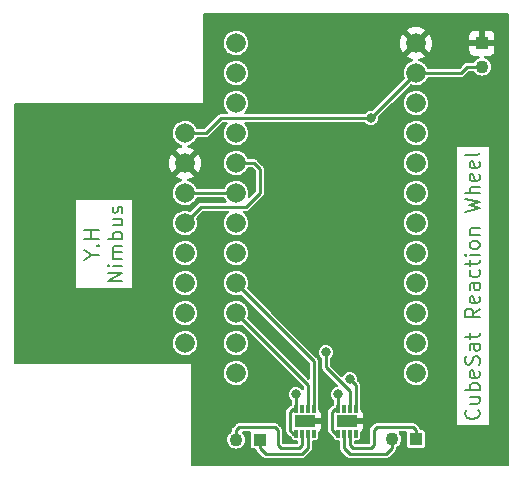
<source format=gbr>
%TF.GenerationSoftware,KiCad,Pcbnew,(6.0.11)*%
%TF.CreationDate,2023-11-20T18:36:57+00:00*%
%TF.ProjectId,reaction_wheel,72656163-7469-46f6-9e5f-776865656c2e,rev?*%
%TF.SameCoordinates,Original*%
%TF.FileFunction,Copper,L1,Top*%
%TF.FilePolarity,Positive*%
%FSLAX46Y46*%
G04 Gerber Fmt 4.6, Leading zero omitted, Abs format (unit mm)*
G04 Created by KiCad (PCBNEW (6.0.11)) date 2023-11-20 18:36:57*
%MOMM*%
%LPD*%
G01*
G04 APERTURE LIST*
%ADD10C,0.200000*%
%TA.AperFunction,NonConductor*%
%ADD11C,0.200000*%
%TD*%
%TA.AperFunction,ComponentPad*%
%ADD12R,1.100000X1.100000*%
%TD*%
%TA.AperFunction,ComponentPad*%
%ADD13C,1.100000*%
%TD*%
%TA.AperFunction,ComponentPad*%
%ADD14C,1.665000*%
%TD*%
%TA.AperFunction,SMDPad,CuDef*%
%ADD15R,0.300000X0.700000*%
%TD*%
%TA.AperFunction,SMDPad,CuDef*%
%ADD16R,1.700000X1.000000*%
%TD*%
%TA.AperFunction,ViaPad*%
%ADD17C,0.800000*%
%TD*%
%TA.AperFunction,Conductor*%
%ADD18C,0.250000*%
%TD*%
G04 APERTURE END LIST*
D10*
D11*
X107167988Y-89090380D02*
X107763226Y-89090380D01*
X106513226Y-89507047D02*
X107167988Y-89090380D01*
X106513226Y-88673714D01*
X107644178Y-88257047D02*
X107703702Y-88197523D01*
X107763226Y-88257047D01*
X107703702Y-88316571D01*
X107644178Y-88257047D01*
X107763226Y-88257047D01*
X107763226Y-87661809D02*
X106513226Y-87661809D01*
X107108464Y-87661809D02*
X107108464Y-86947523D01*
X107763226Y-86947523D02*
X106513226Y-86947523D01*
X109775726Y-91263000D02*
X108525726Y-91263000D01*
X109775726Y-90548714D01*
X108525726Y-90548714D01*
X109775726Y-89953476D02*
X108942392Y-89953476D01*
X108525726Y-89953476D02*
X108585250Y-90013000D01*
X108644773Y-89953476D01*
X108585250Y-89893952D01*
X108525726Y-89953476D01*
X108644773Y-89953476D01*
X109775726Y-89358238D02*
X108942392Y-89358238D01*
X109061440Y-89358238D02*
X109001916Y-89298714D01*
X108942392Y-89179666D01*
X108942392Y-89001095D01*
X109001916Y-88882047D01*
X109120964Y-88822523D01*
X109775726Y-88822523D01*
X109120964Y-88822523D02*
X109001916Y-88763000D01*
X108942392Y-88643952D01*
X108942392Y-88465380D01*
X109001916Y-88346333D01*
X109120964Y-88286809D01*
X109775726Y-88286809D01*
X109775726Y-87691571D02*
X108525726Y-87691571D01*
X109001916Y-87691571D02*
X108942392Y-87572523D01*
X108942392Y-87334428D01*
X109001916Y-87215380D01*
X109061440Y-87155857D01*
X109180488Y-87096333D01*
X109537630Y-87096333D01*
X109656678Y-87155857D01*
X109716202Y-87215380D01*
X109775726Y-87334428D01*
X109775726Y-87572523D01*
X109716202Y-87691571D01*
X108942392Y-86024904D02*
X109775726Y-86024904D01*
X108942392Y-86560619D02*
X109597154Y-86560619D01*
X109716202Y-86501095D01*
X109775726Y-86382047D01*
X109775726Y-86203476D01*
X109716202Y-86084428D01*
X109656678Y-86024904D01*
X109716202Y-85489190D02*
X109775726Y-85370142D01*
X109775726Y-85132047D01*
X109716202Y-85013000D01*
X109597154Y-84953476D01*
X109537630Y-84953476D01*
X109418583Y-85013000D01*
X109359059Y-85132047D01*
X109359059Y-85310619D01*
X109299535Y-85429666D01*
X109180488Y-85489190D01*
X109120964Y-85489190D01*
X109001916Y-85429666D01*
X108942392Y-85310619D01*
X108942392Y-85132047D01*
X109001916Y-85013000D01*
D10*
D11*
X139892428Y-102170190D02*
X139951952Y-102229714D01*
X140011476Y-102408285D01*
X140011476Y-102527333D01*
X139951952Y-102705904D01*
X139832904Y-102824952D01*
X139713857Y-102884476D01*
X139475761Y-102944000D01*
X139297190Y-102944000D01*
X139059095Y-102884476D01*
X138940047Y-102824952D01*
X138821000Y-102705904D01*
X138761476Y-102527333D01*
X138761476Y-102408285D01*
X138821000Y-102229714D01*
X138880523Y-102170190D01*
X139178142Y-101098761D02*
X140011476Y-101098761D01*
X139178142Y-101634476D02*
X139832904Y-101634476D01*
X139951952Y-101574952D01*
X140011476Y-101455904D01*
X140011476Y-101277333D01*
X139951952Y-101158285D01*
X139892428Y-101098761D01*
X140011476Y-100503523D02*
X138761476Y-100503523D01*
X139237666Y-100503523D02*
X139178142Y-100384476D01*
X139178142Y-100146380D01*
X139237666Y-100027333D01*
X139297190Y-99967809D01*
X139416238Y-99908285D01*
X139773380Y-99908285D01*
X139892428Y-99967809D01*
X139951952Y-100027333D01*
X140011476Y-100146380D01*
X140011476Y-100384476D01*
X139951952Y-100503523D01*
X139951952Y-98896380D02*
X140011476Y-99015428D01*
X140011476Y-99253523D01*
X139951952Y-99372571D01*
X139832904Y-99432095D01*
X139356714Y-99432095D01*
X139237666Y-99372571D01*
X139178142Y-99253523D01*
X139178142Y-99015428D01*
X139237666Y-98896380D01*
X139356714Y-98836857D01*
X139475761Y-98836857D01*
X139594809Y-99432095D01*
X139951952Y-98360666D02*
X140011476Y-98182095D01*
X140011476Y-97884476D01*
X139951952Y-97765428D01*
X139892428Y-97705904D01*
X139773380Y-97646380D01*
X139654333Y-97646380D01*
X139535285Y-97705904D01*
X139475761Y-97765428D01*
X139416238Y-97884476D01*
X139356714Y-98122571D01*
X139297190Y-98241619D01*
X139237666Y-98301142D01*
X139118619Y-98360666D01*
X138999571Y-98360666D01*
X138880523Y-98301142D01*
X138821000Y-98241619D01*
X138761476Y-98122571D01*
X138761476Y-97824952D01*
X138821000Y-97646380D01*
X140011476Y-96574952D02*
X139356714Y-96574952D01*
X139237666Y-96634476D01*
X139178142Y-96753523D01*
X139178142Y-96991619D01*
X139237666Y-97110666D01*
X139951952Y-96574952D02*
X140011476Y-96694000D01*
X140011476Y-96991619D01*
X139951952Y-97110666D01*
X139832904Y-97170190D01*
X139713857Y-97170190D01*
X139594809Y-97110666D01*
X139535285Y-96991619D01*
X139535285Y-96694000D01*
X139475761Y-96574952D01*
X139178142Y-96158285D02*
X139178142Y-95682095D01*
X138761476Y-95979714D02*
X139832904Y-95979714D01*
X139951952Y-95920190D01*
X140011476Y-95801142D01*
X140011476Y-95682095D01*
X140011476Y-93598761D02*
X139416238Y-94015428D01*
X140011476Y-94313047D02*
X138761476Y-94313047D01*
X138761476Y-93836857D01*
X138821000Y-93717809D01*
X138880523Y-93658285D01*
X138999571Y-93598761D01*
X139178142Y-93598761D01*
X139297190Y-93658285D01*
X139356714Y-93717809D01*
X139416238Y-93836857D01*
X139416238Y-94313047D01*
X139951952Y-92586857D02*
X140011476Y-92705904D01*
X140011476Y-92944000D01*
X139951952Y-93063047D01*
X139832904Y-93122571D01*
X139356714Y-93122571D01*
X139237666Y-93063047D01*
X139178142Y-92944000D01*
X139178142Y-92705904D01*
X139237666Y-92586857D01*
X139356714Y-92527333D01*
X139475761Y-92527333D01*
X139594809Y-93122571D01*
X140011476Y-91455904D02*
X139356714Y-91455904D01*
X139237666Y-91515428D01*
X139178142Y-91634476D01*
X139178142Y-91872571D01*
X139237666Y-91991619D01*
X139951952Y-91455904D02*
X140011476Y-91574952D01*
X140011476Y-91872571D01*
X139951952Y-91991619D01*
X139832904Y-92051142D01*
X139713857Y-92051142D01*
X139594809Y-91991619D01*
X139535285Y-91872571D01*
X139535285Y-91574952D01*
X139475761Y-91455904D01*
X139951952Y-90324952D02*
X140011476Y-90444000D01*
X140011476Y-90682095D01*
X139951952Y-90801142D01*
X139892428Y-90860666D01*
X139773380Y-90920190D01*
X139416238Y-90920190D01*
X139297190Y-90860666D01*
X139237666Y-90801142D01*
X139178142Y-90682095D01*
X139178142Y-90444000D01*
X139237666Y-90324952D01*
X139178142Y-89967809D02*
X139178142Y-89491619D01*
X138761476Y-89789238D02*
X139832904Y-89789238D01*
X139951952Y-89729714D01*
X140011476Y-89610666D01*
X140011476Y-89491619D01*
X140011476Y-89074952D02*
X139178142Y-89074952D01*
X138761476Y-89074952D02*
X138821000Y-89134476D01*
X138880523Y-89074952D01*
X138821000Y-89015428D01*
X138761476Y-89074952D01*
X138880523Y-89074952D01*
X140011476Y-88301142D02*
X139951952Y-88420190D01*
X139892428Y-88479714D01*
X139773380Y-88539238D01*
X139416238Y-88539238D01*
X139297190Y-88479714D01*
X139237666Y-88420190D01*
X139178142Y-88301142D01*
X139178142Y-88122571D01*
X139237666Y-88003523D01*
X139297190Y-87944000D01*
X139416238Y-87884476D01*
X139773380Y-87884476D01*
X139892428Y-87944000D01*
X139951952Y-88003523D01*
X140011476Y-88122571D01*
X140011476Y-88301142D01*
X139178142Y-87348761D02*
X140011476Y-87348761D01*
X139297190Y-87348761D02*
X139237666Y-87289238D01*
X139178142Y-87170190D01*
X139178142Y-86991619D01*
X139237666Y-86872571D01*
X139356714Y-86813047D01*
X140011476Y-86813047D01*
X138761476Y-85384476D02*
X140011476Y-85086857D01*
X139118619Y-84848761D01*
X140011476Y-84610666D01*
X138761476Y-84313047D01*
X140011476Y-83836857D02*
X138761476Y-83836857D01*
X140011476Y-83301142D02*
X139356714Y-83301142D01*
X139237666Y-83360666D01*
X139178142Y-83479714D01*
X139178142Y-83658285D01*
X139237666Y-83777333D01*
X139297190Y-83836857D01*
X139951952Y-82229714D02*
X140011476Y-82348761D01*
X140011476Y-82586857D01*
X139951952Y-82705904D01*
X139832904Y-82765428D01*
X139356714Y-82765428D01*
X139237666Y-82705904D01*
X139178142Y-82586857D01*
X139178142Y-82348761D01*
X139237666Y-82229714D01*
X139356714Y-82170190D01*
X139475761Y-82170190D01*
X139594809Y-82765428D01*
X139951952Y-81158285D02*
X140011476Y-81277333D01*
X140011476Y-81515428D01*
X139951952Y-81634476D01*
X139832904Y-81694000D01*
X139356714Y-81694000D01*
X139237666Y-81634476D01*
X139178142Y-81515428D01*
X139178142Y-81277333D01*
X139237666Y-81158285D01*
X139356714Y-81098761D01*
X139475761Y-81098761D01*
X139594809Y-81694000D01*
X140011476Y-80384476D02*
X139951952Y-80503523D01*
X139832904Y-80563047D01*
X138761476Y-80563047D01*
D12*
%TO.P,U6,1,1*%
%TO.N,Net-(U1-Pad3)*%
X121396000Y-104690000D03*
D13*
%TO.P,U6,2,2*%
%TO.N,Net-(U1-Pad2)*%
X119396000Y-104690000D03*
%TD*%
D14*
%TO.P,U3,1,VCC*%
%TO.N,+3V3*%
X115062000Y-78740000D03*
%TO.P,U3,2,GND*%
%TO.N,GND*%
X115062000Y-81280000D03*
%TO.P,U3,3,SCL*%
%TO.N,Net-(U3-Pad3)*%
X115062000Y-83820000D03*
%TO.P,U3,4,SDA*%
%TO.N,Net-(U3-Pad4)*%
X115062000Y-86360000D03*
%TO.P,U3,5,XDA*%
%TO.N,unconnected-(U3-Pad5)*%
X115062000Y-88900000D03*
%TO.P,U3,6,XCL*%
%TO.N,unconnected-(U3-Pad6)*%
X115062000Y-91440000D03*
%TO.P,U3,7,AD0*%
%TO.N,unconnected-(U3-Pad7)*%
X115062000Y-93980000D03*
%TO.P,U3,8,INT*%
%TO.N,unconnected-(U3-Pad8)*%
X115062000Y-96520000D03*
%TD*%
D12*
%TO.P,U7,1,1*%
%TO.N,GND*%
X140208000Y-71120000D03*
D13*
%TO.P,U7,2,2*%
%TO.N,+3V3*%
X140208000Y-73120000D03*
%TD*%
D12*
%TO.P,U4,1,1*%
%TO.N,Net-(U2-Pad3)*%
X134604000Y-104648000D03*
D13*
%TO.P,U4,2,2*%
%TO.N,Net-(U2-Pad2)*%
X132604000Y-104648000D03*
%TD*%
D14*
%TO.P,U5,1,RAW*%
%TO.N,GND*%
X134620000Y-71120000D03*
%TO.P,U5,2,GND_1*%
%TO.N,+3V3*%
X134620000Y-73660000D03*
%TO.P,U5,3,RST*%
%TO.N,unconnected-(U5-Pad3)*%
X134620000Y-76200000D03*
%TO.P,U5,4,VCC*%
%TO.N,unconnected-(U5-Pad4)*%
X134620000Y-78740000D03*
%TO.P,U5,5,A3*%
%TO.N,unconnected-(U5-Pad5)*%
X134620000Y-81280000D03*
%TO.P,U5,6,A2*%
%TO.N,unconnected-(U5-Pad6)*%
X134620000Y-83820000D03*
%TO.P,U5,7,A1*%
%TO.N,unconnected-(U5-Pad7)*%
X134620000Y-86360000D03*
%TO.P,U5,8,A0*%
%TO.N,unconnected-(U5-Pad8)*%
X134620000Y-88900000D03*
%TO.P,U5,9,SCK*%
%TO.N,unconnected-(U5-Pad9)*%
X134620000Y-91440000D03*
%TO.P,U5,10,MISO*%
%TO.N,unconnected-(U5-Pad10)*%
X134620000Y-93980000D03*
%TO.P,U5,11,MOSI*%
%TO.N,unconnected-(U5-Pad11)*%
X134620000Y-96520000D03*
%TO.P,U5,12,DIO*%
%TO.N,unconnected-(U5-Pad12)*%
X134620000Y-99060000D03*
%TO.P,U5,13,D9*%
%TO.N,Net-(U2-Pad5)*%
X119380000Y-99060000D03*
%TO.P,U5,14,D8*%
%TO.N,Net-(U2-Pad6)*%
X119380000Y-96520000D03*
%TO.P,U5,15,D7*%
%TO.N,Net-(U1-Pad6)*%
X119380000Y-93980000D03*
%TO.P,U5,16,D6*%
%TO.N,Net-(U1-Pad5)*%
X119380000Y-91440000D03*
%TO.P,U5,17,D5*%
%TO.N,unconnected-(U5-Pad17)*%
X119380000Y-88900000D03*
%TO.P,U5,18,D4*%
%TO.N,unconnected-(U5-Pad18)*%
X119380000Y-86360000D03*
%TO.P,U5,19,D3*%
%TO.N,Net-(U3-Pad3)*%
X119380000Y-83820000D03*
%TO.P,U5,20,D2*%
%TO.N,Net-(U3-Pad4)*%
X119380000Y-81280000D03*
%TO.P,U5,21,GND_2*%
%TO.N,unconnected-(U5-Pad21)*%
X119380000Y-78740000D03*
%TO.P,U5,22,GND_3*%
%TO.N,unconnected-(U5-Pad22)*%
X119380000Y-76200000D03*
%TO.P,U5,23,RXI*%
%TO.N,unconnected-(U5-Pad23)*%
X119380000Y-73660000D03*
%TO.P,U5,24,TXO*%
%TO.N,unconnected-(U5-Pad24)*%
X119380000Y-71120000D03*
%TD*%
D15*
%TO.P,U2,1,VIN*%
%TO.N,+3V3*%
X128028000Y-104174000D03*
%TO.P,U2,2,OUT1*%
%TO.N,Net-(U2-Pad2)*%
X128528000Y-104174000D03*
%TO.P,U2,3,OUT2*%
%TO.N,Net-(U2-Pad3)*%
X129028000Y-104174000D03*
%TO.P,U2,4,VM*%
%TO.N,unconnected-(U2-Pad4)*%
X129528000Y-104174000D03*
%TO.P,U2,5,EN*%
%TO.N,Net-(U2-Pad5)*%
X129528000Y-102074000D03*
%TO.P,U2,6,PH*%
%TO.N,Net-(U2-Pad6)*%
X129028000Y-102074000D03*
%TO.P,U2,7,NSLEEP*%
%TO.N,unconnected-(U2-Pad7)*%
X128528000Y-102074000D03*
%TO.P,U2,8,VCC*%
%TO.N,+3V3*%
X128028000Y-102074000D03*
D16*
%TO.P,U2,9,GND*%
%TO.N,GND*%
X128778000Y-103124000D03*
%TD*%
D15*
%TO.P,U1,1,VIN*%
%TO.N,+3V3*%
X124472000Y-104174000D03*
%TO.P,U1,2,OUT1*%
%TO.N,Net-(U1-Pad2)*%
X124972000Y-104174000D03*
%TO.P,U1,3,OUT2*%
%TO.N,Net-(U1-Pad3)*%
X125472000Y-104174000D03*
%TO.P,U1,4,VM*%
%TO.N,unconnected-(U1-Pad4)*%
X125972000Y-104174000D03*
%TO.P,U1,5,EN*%
%TO.N,Net-(U1-Pad5)*%
X125972000Y-102074000D03*
%TO.P,U1,6,PH*%
%TO.N,Net-(U1-Pad6)*%
X125472000Y-102074000D03*
%TO.P,U1,7,NSLEEP*%
%TO.N,unconnected-(U1-Pad7)*%
X124972000Y-102074000D03*
%TO.P,U1,8,VCC*%
%TO.N,+3V3*%
X124472000Y-102074000D03*
D16*
%TO.P,U1,9,GND*%
%TO.N,GND*%
X125222000Y-103124000D03*
%TD*%
D17*
%TO.N,+3V3*%
X124460000Y-100838000D03*
X130810000Y-77470000D03*
X128016000Y-100838000D03*
%TO.N,Net-(U2-Pad5)*%
X129032000Y-99568000D03*
%TO.N,Net-(U2-Pad6)*%
X127000000Y-97282000D03*
%TD*%
D18*
%TO.N,+3V3*%
X127828000Y-104174000D02*
X128028000Y-104174000D01*
X124472000Y-102074000D02*
X124472000Y-100850000D01*
X124240000Y-102074000D02*
X123952000Y-102362000D01*
X124472000Y-102074000D02*
X124240000Y-102074000D01*
X118110000Y-77470000D02*
X130810000Y-77470000D01*
X138430000Y-73660000D02*
X138970000Y-73120000D01*
X115062000Y-78740000D02*
X116840000Y-78740000D01*
X138970000Y-73120000D02*
X140208000Y-73120000D01*
X124240000Y-104174000D02*
X124472000Y-104174000D01*
X116840000Y-78740000D02*
X118110000Y-77470000D01*
X134620000Y-73660000D02*
X138430000Y-73660000D01*
X128028000Y-102074000D02*
X127796000Y-102074000D01*
X123952000Y-103886000D02*
X124240000Y-104174000D01*
X130810000Y-77470000D02*
X134620000Y-73660000D01*
X127796000Y-102074000D02*
X127508000Y-102362000D01*
X128016000Y-102062000D02*
X128028000Y-102074000D01*
X127508000Y-103854000D02*
X127828000Y-104174000D01*
X123952000Y-102362000D02*
X123952000Y-103886000D01*
X127508000Y-102362000D02*
X127508000Y-103854000D01*
X124472000Y-100850000D02*
X124460000Y-100838000D01*
X128016000Y-100838000D02*
X128016000Y-102062000D01*
%TO.N,Net-(U1-Pad2)*%
X124714000Y-105410000D02*
X123190000Y-105410000D01*
X124972000Y-104174000D02*
X124972000Y-105152000D01*
X122936000Y-105156000D02*
X122936000Y-103886000D01*
X122936000Y-103886000D02*
X122682000Y-103632000D01*
X119396000Y-103902000D02*
X119396000Y-104690000D01*
X123190000Y-105410000D02*
X122936000Y-105156000D01*
X122682000Y-103632000D02*
X119634000Y-103632000D01*
X119634000Y-103632000D02*
X119380000Y-103886000D01*
X119380000Y-103886000D02*
X119396000Y-103902000D01*
X124972000Y-105152000D02*
X124714000Y-105410000D01*
%TO.N,Net-(U1-Pad3)*%
X125472000Y-104174000D02*
X125472000Y-105414000D01*
X124968000Y-105918000D02*
X121920000Y-105918000D01*
X121920000Y-105918000D02*
X121396000Y-105394000D01*
X125472000Y-105414000D02*
X124968000Y-105918000D01*
X121396000Y-105394000D02*
X121396000Y-104690000D01*
%TO.N,Net-(U1-Pad5)*%
X125972000Y-98032000D02*
X125972000Y-102074000D01*
X119380000Y-91440000D02*
X125972000Y-98032000D01*
%TO.N,Net-(U1-Pad6)*%
X119380000Y-93980000D02*
X125472000Y-100072000D01*
X125472000Y-100072000D02*
X125472000Y-102074000D01*
%TO.N,Net-(U2-Pad2)*%
X132604000Y-105394000D02*
X132604000Y-104648000D01*
X128528000Y-105414000D02*
X129032000Y-105918000D01*
X128528000Y-104174000D02*
X128528000Y-105414000D01*
X132080000Y-105918000D02*
X132604000Y-105394000D01*
X129032000Y-105918000D02*
X132080000Y-105918000D01*
%TO.N,Net-(U2-Pad3)*%
X134366000Y-103632000D02*
X134620000Y-103886000D01*
X130810000Y-105410000D02*
X131064000Y-105156000D01*
X131318000Y-103632000D02*
X134366000Y-103632000D01*
X129032000Y-104178000D02*
X129032000Y-105156000D01*
X134620000Y-103886000D02*
X134620000Y-104632000D01*
X134620000Y-104632000D02*
X134604000Y-104648000D01*
X131064000Y-103886000D02*
X131318000Y-103632000D01*
X131064000Y-105156000D02*
X131064000Y-103886000D01*
X129286000Y-105410000D02*
X130810000Y-105410000D01*
X129032000Y-105156000D02*
X129286000Y-105410000D01*
%TO.N,Net-(U2-Pad5)*%
X129528000Y-100064000D02*
X129528000Y-102074000D01*
X129032000Y-99568000D02*
X129528000Y-100064000D01*
%TO.N,Net-(U2-Pad6)*%
X129028000Y-100589305D02*
X129028000Y-102074000D01*
X127000000Y-97282000D02*
X127000000Y-98561305D01*
X127000000Y-98561305D02*
X129028000Y-100589305D01*
%TO.N,Net-(U3-Pad3)*%
X115062000Y-83820000D02*
X119380000Y-83820000D01*
%TO.N,Net-(U3-Pad4)*%
X120904000Y-81280000D02*
X121412000Y-81788000D01*
X121412000Y-83820000D02*
X120254500Y-84977500D01*
X120254500Y-84977500D02*
X116444500Y-84977500D01*
X116444500Y-84977500D02*
X115062000Y-86360000D01*
X121412000Y-81788000D02*
X121412000Y-83820000D01*
X119380000Y-81280000D02*
X120904000Y-81280000D01*
%TD*%
%TA.AperFunction,Conductor*%
%TO.N,GND*%
G36*
X142435121Y-68601002D02*
G01*
X142481614Y-68654658D01*
X142493000Y-68707000D01*
X142493000Y-106807000D01*
X142472998Y-106875121D01*
X142419342Y-106921614D01*
X142367000Y-106933000D01*
X115697000Y-106933000D01*
X115628879Y-106912998D01*
X115582386Y-106859342D01*
X115571000Y-106807000D01*
X115571000Y-99045507D01*
X118342103Y-99045507D01*
X118359055Y-99247379D01*
X118360754Y-99253304D01*
X118408389Y-99419426D01*
X118414894Y-99442113D01*
X118417713Y-99447598D01*
X118504676Y-99616810D01*
X118504679Y-99616815D01*
X118507494Y-99622292D01*
X118633327Y-99781054D01*
X118638021Y-99785049D01*
X118765399Y-99893456D01*
X118787600Y-99912351D01*
X118964439Y-100011183D01*
X119157105Y-100073784D01*
X119358262Y-100097770D01*
X119364397Y-100097298D01*
X119364399Y-100097298D01*
X119554105Y-100082701D01*
X119554110Y-100082700D01*
X119560246Y-100082228D01*
X119566176Y-100080572D01*
X119566178Y-100080572D01*
X119657806Y-100054989D01*
X119755366Y-100027750D01*
X119784394Y-100013087D01*
X119930686Y-99939190D01*
X119930688Y-99939189D01*
X119936187Y-99936411D01*
X120080343Y-99823784D01*
X120090968Y-99815483D01*
X120095824Y-99811689D01*
X120122268Y-99781054D01*
X120224168Y-99663001D01*
X120228195Y-99658336D01*
X120328258Y-99482192D01*
X120351814Y-99411382D01*
X120364064Y-99374557D01*
X120392203Y-99289967D01*
X120417593Y-99088983D01*
X120417998Y-99060000D01*
X120398229Y-98858385D01*
X120396448Y-98852486D01*
X120396447Y-98852481D01*
X120341458Y-98670349D01*
X120339677Y-98664450D01*
X120294309Y-98579125D01*
X120247465Y-98491023D01*
X120247463Y-98491020D01*
X120244571Y-98485581D01*
X120240681Y-98480811D01*
X120240678Y-98480807D01*
X120120428Y-98333366D01*
X120120425Y-98333363D01*
X120116533Y-98328591D01*
X120080863Y-98299082D01*
X119965191Y-98203390D01*
X119965188Y-98203388D01*
X119960441Y-98199461D01*
X119782240Y-98103108D01*
X119685479Y-98073155D01*
X119594605Y-98045025D01*
X119594602Y-98045024D01*
X119588718Y-98043203D01*
X119582593Y-98042559D01*
X119582592Y-98042559D01*
X119393375Y-98022671D01*
X119393374Y-98022671D01*
X119387247Y-98022027D01*
X119303846Y-98029617D01*
X119191638Y-98039829D01*
X119191635Y-98039830D01*
X119185499Y-98040388D01*
X119179593Y-98042126D01*
X119179589Y-98042127D01*
X119034417Y-98084853D01*
X118991159Y-98097585D01*
X118811630Y-98191440D01*
X118653751Y-98318379D01*
X118523534Y-98473565D01*
X118520564Y-98478968D01*
X118520563Y-98478969D01*
X118453607Y-98600761D01*
X118425939Y-98651089D01*
X118364685Y-98844188D01*
X118363999Y-98850305D01*
X118363998Y-98850309D01*
X118362404Y-98864519D01*
X118342103Y-99045507D01*
X115571000Y-99045507D01*
X115571000Y-98298198D01*
X115571082Y-98298000D01*
X115570765Y-98297235D01*
X115570198Y-98297000D01*
X115570000Y-98296918D01*
X115569802Y-98297000D01*
X100711000Y-98297000D01*
X100642879Y-98276998D01*
X100596386Y-98223342D01*
X100585000Y-98171000D01*
X100585000Y-96505507D01*
X114024103Y-96505507D01*
X114041055Y-96707379D01*
X114042754Y-96713304D01*
X114081577Y-96848695D01*
X114096894Y-96902113D01*
X114099713Y-96907598D01*
X114186676Y-97076810D01*
X114186679Y-97076815D01*
X114189494Y-97082292D01*
X114315327Y-97241054D01*
X114469600Y-97372351D01*
X114646439Y-97471183D01*
X114839105Y-97533784D01*
X115040262Y-97557770D01*
X115046397Y-97557298D01*
X115046399Y-97557298D01*
X115236105Y-97542701D01*
X115236110Y-97542700D01*
X115242246Y-97542228D01*
X115248176Y-97540572D01*
X115248178Y-97540572D01*
X115339806Y-97514989D01*
X115437366Y-97487750D01*
X115466394Y-97473087D01*
X115612686Y-97399190D01*
X115612688Y-97399189D01*
X115618187Y-97396411D01*
X115777824Y-97271689D01*
X115804268Y-97241054D01*
X115823191Y-97219130D01*
X115910195Y-97118336D01*
X115989258Y-96979159D01*
X116007215Y-96947549D01*
X116007216Y-96947548D01*
X116010258Y-96942192D01*
X116039690Y-96853718D01*
X116072256Y-96755819D01*
X116074203Y-96749967D01*
X116099593Y-96548983D01*
X116099998Y-96520000D01*
X116098577Y-96505507D01*
X118342103Y-96505507D01*
X118359055Y-96707379D01*
X118360754Y-96713304D01*
X118399577Y-96848695D01*
X118414894Y-96902113D01*
X118417713Y-96907598D01*
X118504676Y-97076810D01*
X118504679Y-97076815D01*
X118507494Y-97082292D01*
X118633327Y-97241054D01*
X118787600Y-97372351D01*
X118964439Y-97471183D01*
X119157105Y-97533784D01*
X119358262Y-97557770D01*
X119364397Y-97557298D01*
X119364399Y-97557298D01*
X119554105Y-97542701D01*
X119554110Y-97542700D01*
X119560246Y-97542228D01*
X119566176Y-97540572D01*
X119566178Y-97540572D01*
X119657806Y-97514989D01*
X119755366Y-97487750D01*
X119784394Y-97473087D01*
X119930686Y-97399190D01*
X119930688Y-97399189D01*
X119936187Y-97396411D01*
X120095824Y-97271689D01*
X120122268Y-97241054D01*
X120141191Y-97219130D01*
X120228195Y-97118336D01*
X120307258Y-96979159D01*
X120325215Y-96947549D01*
X120325216Y-96947548D01*
X120328258Y-96942192D01*
X120357690Y-96853718D01*
X120390256Y-96755819D01*
X120392203Y-96749967D01*
X120417593Y-96548983D01*
X120417998Y-96520000D01*
X120398229Y-96318385D01*
X120396448Y-96312486D01*
X120396447Y-96312481D01*
X120341458Y-96130349D01*
X120339677Y-96124450D01*
X120244571Y-95945581D01*
X120240681Y-95940811D01*
X120240678Y-95940807D01*
X120120428Y-95793366D01*
X120120425Y-95793363D01*
X120116533Y-95788591D01*
X120099518Y-95774515D01*
X119965191Y-95663390D01*
X119965188Y-95663388D01*
X119960441Y-95659461D01*
X119782240Y-95563108D01*
X119685479Y-95533156D01*
X119594605Y-95505025D01*
X119594602Y-95505024D01*
X119588718Y-95503203D01*
X119582593Y-95502559D01*
X119582592Y-95502559D01*
X119393375Y-95482671D01*
X119393374Y-95482671D01*
X119387247Y-95482027D01*
X119303846Y-95489617D01*
X119191638Y-95499829D01*
X119191635Y-95499830D01*
X119185499Y-95500388D01*
X119179593Y-95502126D01*
X119179589Y-95502127D01*
X119034417Y-95544853D01*
X118991159Y-95557585D01*
X118811630Y-95651440D01*
X118653751Y-95778379D01*
X118523534Y-95933565D01*
X118425939Y-96111089D01*
X118364685Y-96304188D01*
X118363999Y-96310305D01*
X118363998Y-96310309D01*
X118362404Y-96324519D01*
X118342103Y-96505507D01*
X116098577Y-96505507D01*
X116080229Y-96318385D01*
X116078448Y-96312486D01*
X116078447Y-96312481D01*
X116023458Y-96130349D01*
X116021677Y-96124450D01*
X115926571Y-95945581D01*
X115922681Y-95940811D01*
X115922678Y-95940807D01*
X115802428Y-95793366D01*
X115802425Y-95793363D01*
X115798533Y-95788591D01*
X115781518Y-95774515D01*
X115647191Y-95663390D01*
X115647188Y-95663388D01*
X115642441Y-95659461D01*
X115464240Y-95563108D01*
X115367479Y-95533156D01*
X115276605Y-95505025D01*
X115276602Y-95505024D01*
X115270718Y-95503203D01*
X115264593Y-95502559D01*
X115264592Y-95502559D01*
X115075375Y-95482671D01*
X115075374Y-95482671D01*
X115069247Y-95482027D01*
X114985846Y-95489617D01*
X114873638Y-95499829D01*
X114873635Y-95499830D01*
X114867499Y-95500388D01*
X114861593Y-95502126D01*
X114861589Y-95502127D01*
X114716417Y-95544853D01*
X114673159Y-95557585D01*
X114493630Y-95651440D01*
X114335751Y-95778379D01*
X114205534Y-95933565D01*
X114107939Y-96111089D01*
X114046685Y-96304188D01*
X114045999Y-96310305D01*
X114045998Y-96310309D01*
X114044404Y-96324519D01*
X114024103Y-96505507D01*
X100585000Y-96505507D01*
X100585000Y-93965507D01*
X114024103Y-93965507D01*
X114041055Y-94167379D01*
X114096894Y-94362113D01*
X114099713Y-94367598D01*
X114186676Y-94536810D01*
X114186679Y-94536815D01*
X114189494Y-94542292D01*
X114315327Y-94701054D01*
X114469600Y-94832351D01*
X114646439Y-94931183D01*
X114839105Y-94993784D01*
X115040262Y-95017770D01*
X115046397Y-95017298D01*
X115046399Y-95017298D01*
X115236105Y-95002701D01*
X115236110Y-95002700D01*
X115242246Y-95002228D01*
X115248176Y-95000572D01*
X115248178Y-95000572D01*
X115339806Y-94974989D01*
X115437366Y-94947750D01*
X115442866Y-94944972D01*
X115612686Y-94859190D01*
X115612688Y-94859189D01*
X115618187Y-94856411D01*
X115777824Y-94731689D01*
X115804268Y-94701054D01*
X115906168Y-94583001D01*
X115910195Y-94578336D01*
X116010258Y-94402192D01*
X116018412Y-94377682D01*
X116072256Y-94215819D01*
X116074203Y-94209967D01*
X116099593Y-94008983D01*
X116099998Y-93980000D01*
X116098577Y-93965507D01*
X118342103Y-93965507D01*
X118359055Y-94167379D01*
X118414894Y-94362113D01*
X118417713Y-94367598D01*
X118504676Y-94536810D01*
X118504679Y-94536815D01*
X118507494Y-94542292D01*
X118633327Y-94701054D01*
X118787600Y-94832351D01*
X118964439Y-94931183D01*
X119157105Y-94993784D01*
X119358262Y-95017770D01*
X119364397Y-95017298D01*
X119364399Y-95017298D01*
X119554105Y-95002701D01*
X119554110Y-95002700D01*
X119560246Y-95002228D01*
X119566176Y-95000572D01*
X119566178Y-95000572D01*
X119716423Y-94958623D01*
X119755366Y-94947750D01*
X119760855Y-94944977D01*
X119760861Y-94944975D01*
X119761693Y-94944554D01*
X119762172Y-94944466D01*
X119766611Y-94942744D01*
X119766938Y-94943588D01*
X119831515Y-94931694D01*
X119897207Y-94958623D01*
X119907599Y-94967925D01*
X125109595Y-100169921D01*
X125143621Y-100232233D01*
X125146500Y-100259016D01*
X125146500Y-100375050D01*
X125126498Y-100443171D01*
X125072842Y-100489664D01*
X125002568Y-100499768D01*
X124937988Y-100470274D01*
X124920537Y-100451753D01*
X124893308Y-100416267D01*
X124893305Y-100416264D01*
X124888282Y-100409718D01*
X124762841Y-100313464D01*
X124616762Y-100252956D01*
X124460000Y-100232318D01*
X124303238Y-100252956D01*
X124157159Y-100313464D01*
X124031718Y-100409718D01*
X123935464Y-100535159D01*
X123874956Y-100681238D01*
X123854318Y-100838000D01*
X123874956Y-100994762D01*
X123935464Y-101140841D01*
X124031718Y-101266282D01*
X124038264Y-101271305D01*
X124097204Y-101316531D01*
X124139071Y-101373869D01*
X124146500Y-101416494D01*
X124146500Y-101594762D01*
X124137720Y-101638905D01*
X124133133Y-101645769D01*
X124121500Y-101704252D01*
X124121500Y-101706731D01*
X124095401Y-101771368D01*
X124059588Y-101802306D01*
X124037094Y-101815293D01*
X124027545Y-101820806D01*
X124020459Y-101829251D01*
X124003315Y-101849682D01*
X123995889Y-101857785D01*
X123735785Y-102117889D01*
X123727681Y-102125316D01*
X123698806Y-102149545D01*
X123693293Y-102159094D01*
X123679961Y-102182185D01*
X123674055Y-102191456D01*
X123652446Y-102222316D01*
X123649592Y-102232966D01*
X123648115Y-102236134D01*
X123646923Y-102239410D01*
X123641412Y-102248955D01*
X123635462Y-102282699D01*
X123634870Y-102286058D01*
X123632492Y-102296785D01*
X123622736Y-102333193D01*
X123623697Y-102344178D01*
X123623697Y-102344180D01*
X123626020Y-102370728D01*
X123626500Y-102381710D01*
X123626500Y-103866290D01*
X123626020Y-103877272D01*
X123624145Y-103898707D01*
X123622736Y-103914807D01*
X123625590Y-103925456D01*
X123632491Y-103951210D01*
X123634870Y-103961942D01*
X123641412Y-103999045D01*
X123646923Y-104008590D01*
X123648115Y-104011866D01*
X123649592Y-104015034D01*
X123652446Y-104025684D01*
X123666132Y-104045229D01*
X123674055Y-104056544D01*
X123679961Y-104065815D01*
X123684422Y-104073541D01*
X123698806Y-104098455D01*
X123727682Y-104122685D01*
X123735785Y-104130111D01*
X123995889Y-104390215D01*
X124003316Y-104398319D01*
X124027545Y-104427194D01*
X124037090Y-104432705D01*
X124037094Y-104432708D01*
X124059588Y-104445694D01*
X124108582Y-104497076D01*
X124121500Y-104540829D01*
X124121500Y-104543748D01*
X124133133Y-104602231D01*
X124177448Y-104668552D01*
X124243769Y-104712867D01*
X124255938Y-104715288D01*
X124255939Y-104715288D01*
X124296184Y-104723293D01*
X124302252Y-104724500D01*
X124520500Y-104724500D01*
X124588621Y-104744502D01*
X124635114Y-104798158D01*
X124646500Y-104850500D01*
X124646500Y-104958500D01*
X124626498Y-105026621D01*
X124572842Y-105073114D01*
X124520500Y-105084500D01*
X123387500Y-105084500D01*
X123319379Y-105064498D01*
X123272886Y-105010842D01*
X123261500Y-104958500D01*
X123261500Y-103905713D01*
X123261979Y-103894732D01*
X123264303Y-103868170D01*
X123264303Y-103868168D01*
X123265263Y-103857193D01*
X123255508Y-103820783D01*
X123253133Y-103810072D01*
X123249675Y-103790463D01*
X123246588Y-103772955D01*
X123241078Y-103763411D01*
X123239886Y-103760135D01*
X123238407Y-103756964D01*
X123235554Y-103746316D01*
X123213940Y-103715448D01*
X123208036Y-103706179D01*
X123194707Y-103683092D01*
X123194704Y-103683088D01*
X123189194Y-103673545D01*
X123160328Y-103649323D01*
X123152227Y-103641900D01*
X122926104Y-103415778D01*
X122918677Y-103407673D01*
X122894455Y-103378806D01*
X122884906Y-103373293D01*
X122861815Y-103359961D01*
X122852544Y-103354055D01*
X122830715Y-103338770D01*
X122821684Y-103332446D01*
X122811034Y-103329592D01*
X122807866Y-103328115D01*
X122804590Y-103326923D01*
X122795045Y-103321412D01*
X122761301Y-103315462D01*
X122757942Y-103314870D01*
X122747215Y-103312492D01*
X122710807Y-103302736D01*
X122699822Y-103303697D01*
X122699820Y-103303697D01*
X122673272Y-103306020D01*
X122662290Y-103306500D01*
X119653713Y-103306500D01*
X119642732Y-103306021D01*
X119616170Y-103303697D01*
X119616168Y-103303697D01*
X119605193Y-103302737D01*
X119568783Y-103312492D01*
X119558076Y-103314866D01*
X119520955Y-103321412D01*
X119511411Y-103326922D01*
X119508135Y-103328114D01*
X119504964Y-103329593D01*
X119494316Y-103332446D01*
X119485287Y-103338768D01*
X119463449Y-103354059D01*
X119454179Y-103359964D01*
X119431092Y-103373293D01*
X119431088Y-103373296D01*
X119421545Y-103378806D01*
X119397320Y-103407676D01*
X119389895Y-103415778D01*
X119109253Y-103696420D01*
X119104595Y-103706409D01*
X119101686Y-103712646D01*
X119090708Y-103731660D01*
X119080446Y-103746316D01*
X119077593Y-103756964D01*
X119075816Y-103763595D01*
X119068305Y-103784233D01*
X119060741Y-103800454D01*
X119059780Y-103811436D01*
X119059779Y-103811441D01*
X119059180Y-103818284D01*
X119055367Y-103839910D01*
X119050736Y-103857193D01*
X119051696Y-103868170D01*
X119051696Y-103868173D01*
X119052295Y-103875023D01*
X119052295Y-103896977D01*
X119051696Y-103903825D01*
X119051696Y-103903829D01*
X119050736Y-103914807D01*
X119053589Y-103925454D01*
X119054550Y-103936435D01*
X119050399Y-103936798D01*
X119049203Y-103986445D01*
X119009391Y-104045229D01*
X118995219Y-104055361D01*
X118937027Y-104091161D01*
X118937023Y-104091164D01*
X118931022Y-104094856D01*
X118925990Y-104099783D01*
X118925987Y-104099786D01*
X118847560Y-104176588D01*
X118810724Y-104212661D01*
X118719515Y-104354190D01*
X118661927Y-104512409D01*
X118640825Y-104679455D01*
X118641512Y-104686462D01*
X118641512Y-104686465D01*
X118646358Y-104735886D01*
X118657255Y-104847025D01*
X118710402Y-105006791D01*
X118714049Y-105012813D01*
X118714050Y-105012815D01*
X118792163Y-105141794D01*
X118797624Y-105150812D01*
X118802513Y-105155875D01*
X118802514Y-105155876D01*
X118830453Y-105184807D01*
X118914586Y-105271929D01*
X118920483Y-105275788D01*
X119049577Y-105360266D01*
X119049581Y-105360268D01*
X119055475Y-105364125D01*
X119213289Y-105422815D01*
X119220270Y-105423746D01*
X119220272Y-105423747D01*
X119258647Y-105428867D01*
X119380183Y-105445083D01*
X119387194Y-105444445D01*
X119387198Y-105444445D01*
X119540843Y-105430462D01*
X119547864Y-105429823D01*
X119554566Y-105427645D01*
X119554568Y-105427645D01*
X119701298Y-105379970D01*
X119701301Y-105379969D01*
X119707997Y-105377793D01*
X119852623Y-105291578D01*
X119857717Y-105286727D01*
X119857721Y-105286724D01*
X119969454Y-105180322D01*
X119969455Y-105180320D01*
X119974554Y-105175465D01*
X119990934Y-105150812D01*
X120042556Y-105073114D01*
X120067731Y-105035223D01*
X120127521Y-104877823D01*
X120150955Y-104711088D01*
X120151249Y-104690000D01*
X120144572Y-104630468D01*
X120133266Y-104529672D01*
X120133265Y-104529669D01*
X120132481Y-104522676D01*
X120077108Y-104363668D01*
X119987884Y-104220879D01*
X119974830Y-104207733D01*
X119939627Y-104172284D01*
X119905820Y-104109853D01*
X119911132Y-104039056D01*
X119953876Y-103982369D01*
X120020483Y-103957790D01*
X120029033Y-103957500D01*
X120524342Y-103957500D01*
X120592463Y-103977502D01*
X120638956Y-104031158D01*
X120647921Y-104108081D01*
X120645500Y-104120252D01*
X120645500Y-105259748D01*
X120646707Y-105265816D01*
X120649900Y-105281866D01*
X120657133Y-105318231D01*
X120701448Y-105384552D01*
X120767769Y-105428867D01*
X120779938Y-105431288D01*
X120779939Y-105431288D01*
X120790839Y-105433456D01*
X120826252Y-105440500D01*
X120974835Y-105440500D01*
X121042956Y-105460502D01*
X121084216Y-105507734D01*
X121085412Y-105507044D01*
X121085412Y-105507045D01*
X121086432Y-105508813D01*
X121088312Y-105512422D01*
X121088916Y-105513114D01*
X121089180Y-105513572D01*
X121089789Y-105514877D01*
X121090566Y-105516754D01*
X121091503Y-105518553D01*
X121093592Y-105523033D01*
X121096446Y-105533684D01*
X121102770Y-105542715D01*
X121118055Y-105564544D01*
X121123961Y-105573815D01*
X121130156Y-105584544D01*
X121142806Y-105606455D01*
X121151251Y-105613541D01*
X121171682Y-105630685D01*
X121179785Y-105638111D01*
X121675889Y-106134215D01*
X121683315Y-106142318D01*
X121707545Y-106171194D01*
X121717094Y-106176707D01*
X121740185Y-106190039D01*
X121749456Y-106195945D01*
X121780316Y-106217554D01*
X121790966Y-106220408D01*
X121794134Y-106221885D01*
X121797410Y-106223077D01*
X121806955Y-106228588D01*
X121840699Y-106234538D01*
X121844058Y-106235130D01*
X121854785Y-106237508D01*
X121891193Y-106247264D01*
X121902178Y-106246303D01*
X121902180Y-106246303D01*
X121928728Y-106243980D01*
X121939710Y-106243500D01*
X124948290Y-106243500D01*
X124959272Y-106243980D01*
X124985820Y-106246303D01*
X124985822Y-106246303D01*
X124996807Y-106247264D01*
X125033215Y-106237508D01*
X125043942Y-106235130D01*
X125047301Y-106234538D01*
X125081045Y-106228588D01*
X125090590Y-106223077D01*
X125093866Y-106221885D01*
X125097034Y-106220408D01*
X125107684Y-106217554D01*
X125138544Y-106195945D01*
X125147815Y-106190039D01*
X125170906Y-106176707D01*
X125180455Y-106171194D01*
X125204685Y-106142317D01*
X125212111Y-106134215D01*
X125688215Y-105658111D01*
X125696319Y-105650684D01*
X125716749Y-105633541D01*
X125725194Y-105626455D01*
X125742254Y-105596906D01*
X125744039Y-105593815D01*
X125749945Y-105584544D01*
X125758380Y-105572498D01*
X125771554Y-105553684D01*
X125774408Y-105543034D01*
X125775885Y-105539866D01*
X125777077Y-105536590D01*
X125782588Y-105527045D01*
X125789130Y-105489942D01*
X125791509Y-105479210D01*
X125801264Y-105442807D01*
X125800257Y-105431288D01*
X125797979Y-105405257D01*
X125797500Y-105394276D01*
X125797500Y-104850500D01*
X125817502Y-104782379D01*
X125871158Y-104735886D01*
X125923500Y-104724500D01*
X126141748Y-104724500D01*
X126147816Y-104723293D01*
X126188061Y-104715288D01*
X126188062Y-104715288D01*
X126200231Y-104712867D01*
X126266552Y-104668552D01*
X126310867Y-104602231D01*
X126322500Y-104543748D01*
X126322500Y-104134173D01*
X126342502Y-104066052D01*
X126372935Y-104033347D01*
X126427724Y-103992285D01*
X126440285Y-103979724D01*
X126516786Y-103877649D01*
X126525324Y-103862054D01*
X126570478Y-103741606D01*
X126574105Y-103726351D01*
X126579631Y-103675486D01*
X126580000Y-103668672D01*
X126580000Y-103396115D01*
X126575525Y-103380876D01*
X126574135Y-103379671D01*
X126566452Y-103378000D01*
X125094000Y-103378000D01*
X125025879Y-103357998D01*
X124979386Y-103304342D01*
X124968000Y-103252000D01*
X124968000Y-102996000D01*
X124988002Y-102927879D01*
X125041658Y-102881386D01*
X125094000Y-102870000D01*
X126561884Y-102870000D01*
X126577123Y-102865525D01*
X126578328Y-102864135D01*
X126579999Y-102856452D01*
X126579999Y-102579331D01*
X126579629Y-102572510D01*
X126574105Y-102521648D01*
X126570479Y-102506396D01*
X126525324Y-102385946D01*
X126516786Y-102370351D01*
X126440285Y-102268276D01*
X126427724Y-102255715D01*
X126372935Y-102214653D01*
X126330420Y-102157794D01*
X126322500Y-102113827D01*
X126322500Y-101704252D01*
X126310867Y-101645769D01*
X126306280Y-101638905D01*
X126297500Y-101594762D01*
X126297500Y-98051710D01*
X126297980Y-98040728D01*
X126300303Y-98014180D01*
X126300303Y-98014178D01*
X126301264Y-98003193D01*
X126291508Y-97966785D01*
X126289130Y-97956058D01*
X126288538Y-97952699D01*
X126282588Y-97918955D01*
X126277077Y-97909410D01*
X126275885Y-97906134D01*
X126274408Y-97902966D01*
X126271554Y-97892316D01*
X126249945Y-97861456D01*
X126244039Y-97852185D01*
X126230707Y-97829094D01*
X126225194Y-97819545D01*
X126196317Y-97795315D01*
X126188215Y-97787889D01*
X125682326Y-97282000D01*
X126394318Y-97282000D01*
X126414956Y-97438762D01*
X126475464Y-97584841D01*
X126571718Y-97710282D01*
X126578264Y-97715305D01*
X126625204Y-97751323D01*
X126667071Y-97808661D01*
X126674500Y-97851286D01*
X126674500Y-98541595D01*
X126674020Y-98552577D01*
X126670736Y-98590112D01*
X126673590Y-98600761D01*
X126680491Y-98626515D01*
X126682870Y-98637247D01*
X126689412Y-98674350D01*
X126694923Y-98683895D01*
X126696115Y-98687171D01*
X126697592Y-98690339D01*
X126700446Y-98700989D01*
X126706770Y-98710020D01*
X126722055Y-98731849D01*
X126727961Y-98741120D01*
X126741293Y-98764211D01*
X126746806Y-98773760D01*
X126755251Y-98780846D01*
X126775682Y-98797990D01*
X126783785Y-98805416D01*
X128007370Y-100029001D01*
X128041396Y-100091313D01*
X128036331Y-100162128D01*
X127993784Y-100218964D01*
X127934722Y-100243018D01*
X127867426Y-100251878D01*
X127859238Y-100252956D01*
X127713159Y-100313464D01*
X127587718Y-100409718D01*
X127491464Y-100535159D01*
X127430956Y-100681238D01*
X127410318Y-100838000D01*
X127430956Y-100994762D01*
X127491464Y-101140841D01*
X127587718Y-101266282D01*
X127594264Y-101271305D01*
X127641204Y-101307323D01*
X127683071Y-101364661D01*
X127690500Y-101407286D01*
X127690500Y-101626487D01*
X127688079Y-101651068D01*
X127677500Y-101704252D01*
X127677500Y-101706731D01*
X127651401Y-101771368D01*
X127615588Y-101802306D01*
X127593094Y-101815293D01*
X127583545Y-101820806D01*
X127576459Y-101829251D01*
X127559315Y-101849682D01*
X127551889Y-101857785D01*
X127291785Y-102117889D01*
X127283681Y-102125316D01*
X127254806Y-102149545D01*
X127249293Y-102159094D01*
X127235961Y-102182185D01*
X127230055Y-102191456D01*
X127208446Y-102222316D01*
X127205592Y-102232966D01*
X127204115Y-102236134D01*
X127202923Y-102239410D01*
X127197412Y-102248955D01*
X127191462Y-102282699D01*
X127190870Y-102286058D01*
X127188492Y-102296785D01*
X127178736Y-102333193D01*
X127179697Y-102344178D01*
X127179697Y-102344180D01*
X127182020Y-102370728D01*
X127182500Y-102381710D01*
X127182500Y-103834290D01*
X127182020Y-103845272D01*
X127180017Y-103868170D01*
X127178736Y-103882807D01*
X127187311Y-103914807D01*
X127188491Y-103919210D01*
X127190870Y-103929942D01*
X127197412Y-103967045D01*
X127202923Y-103976590D01*
X127204115Y-103979866D01*
X127205592Y-103983034D01*
X127208446Y-103993684D01*
X127226711Y-104019769D01*
X127230055Y-104024544D01*
X127235961Y-104033815D01*
X127242551Y-104045229D01*
X127254806Y-104066455D01*
X127281562Y-104088906D01*
X127283675Y-104090679D01*
X127291780Y-104098106D01*
X127583901Y-104390228D01*
X127591327Y-104398331D01*
X127615545Y-104427194D01*
X127625090Y-104432705D01*
X127632492Y-104438916D01*
X127671818Y-104498026D01*
X127676887Y-104531399D01*
X127676893Y-104531398D01*
X127676905Y-104531519D01*
X127677500Y-104535437D01*
X127677500Y-104543748D01*
X127689133Y-104602231D01*
X127733448Y-104668552D01*
X127799769Y-104712867D01*
X127811938Y-104715288D01*
X127811939Y-104715288D01*
X127852184Y-104723293D01*
X127858252Y-104724500D01*
X128076500Y-104724500D01*
X128144621Y-104744502D01*
X128191114Y-104798158D01*
X128202500Y-104850500D01*
X128202500Y-105394290D01*
X128202020Y-105405272D01*
X128199956Y-105428867D01*
X128198736Y-105442807D01*
X128208491Y-105479210D01*
X128210870Y-105489942D01*
X128217412Y-105527045D01*
X128222923Y-105536590D01*
X128224115Y-105539866D01*
X128225592Y-105543034D01*
X128228446Y-105553684D01*
X128241620Y-105572498D01*
X128250055Y-105584544D01*
X128255961Y-105593815D01*
X128257746Y-105596906D01*
X128274806Y-105626455D01*
X128283251Y-105633541D01*
X128303682Y-105650685D01*
X128311785Y-105658111D01*
X128787889Y-106134215D01*
X128795315Y-106142318D01*
X128819545Y-106171194D01*
X128829094Y-106176707D01*
X128852185Y-106190039D01*
X128861456Y-106195945D01*
X128892316Y-106217554D01*
X128902966Y-106220408D01*
X128906134Y-106221885D01*
X128909410Y-106223077D01*
X128918955Y-106228588D01*
X128952699Y-106234538D01*
X128956058Y-106235130D01*
X128966785Y-106237508D01*
X129003193Y-106247264D01*
X129014169Y-106246304D01*
X129014172Y-106246304D01*
X129040743Y-106243979D01*
X129051724Y-106243500D01*
X132060290Y-106243500D01*
X132071272Y-106243980D01*
X132097820Y-106246303D01*
X132097822Y-106246303D01*
X132108807Y-106247264D01*
X132145215Y-106237508D01*
X132155942Y-106235130D01*
X132159301Y-106234538D01*
X132193045Y-106228588D01*
X132202590Y-106223077D01*
X132205866Y-106221885D01*
X132209034Y-106220408D01*
X132219684Y-106217554D01*
X132250544Y-106195945D01*
X132259815Y-106190039D01*
X132282906Y-106176707D01*
X132292455Y-106171194D01*
X132316685Y-106142317D01*
X132324111Y-106134215D01*
X132820215Y-105638111D01*
X132828319Y-105630684D01*
X132848749Y-105613541D01*
X132857194Y-105606455D01*
X132869844Y-105584544D01*
X132876039Y-105573815D01*
X132881945Y-105564544D01*
X132897230Y-105542715D01*
X132903554Y-105533684D01*
X132906408Y-105523034D01*
X132907885Y-105519866D01*
X132909077Y-105516590D01*
X132914588Y-105507045D01*
X132921130Y-105469942D01*
X132923509Y-105459210D01*
X132926361Y-105448568D01*
X132933264Y-105422807D01*
X132932061Y-105409058D01*
X132932917Y-105404802D01*
X132933263Y-105400844D01*
X132933704Y-105400883D01*
X132946052Y-105339454D01*
X132993064Y-105289853D01*
X133054571Y-105253187D01*
X133054579Y-105253181D01*
X133060623Y-105249578D01*
X133065717Y-105244727D01*
X133065721Y-105244724D01*
X133177454Y-105138322D01*
X133177455Y-105138320D01*
X133182554Y-105133465D01*
X133198934Y-105108812D01*
X133247826Y-105035223D01*
X133275731Y-104993223D01*
X133335521Y-104835823D01*
X133358955Y-104669088D01*
X133359249Y-104648000D01*
X133346862Y-104537561D01*
X133341266Y-104487672D01*
X133341265Y-104487669D01*
X133340481Y-104480676D01*
X133285108Y-104321668D01*
X133195884Y-104178879D01*
X133189334Y-104172283D01*
X133188644Y-104171008D01*
X133186544Y-104168359D01*
X133187009Y-104167990D01*
X133155528Y-104109852D01*
X133160840Y-104039055D01*
X133203585Y-103982368D01*
X133270192Y-103957790D01*
X133278741Y-103957500D01*
X133727500Y-103957500D01*
X133795621Y-103977502D01*
X133842114Y-104031158D01*
X133853500Y-104083500D01*
X133853500Y-105217748D01*
X133854707Y-105223816D01*
X133861545Y-105258191D01*
X133865133Y-105276231D01*
X133909448Y-105342552D01*
X133975769Y-105386867D01*
X133987938Y-105389288D01*
X133987939Y-105389288D01*
X134028184Y-105397293D01*
X134034252Y-105398500D01*
X135173748Y-105398500D01*
X135179816Y-105397293D01*
X135220061Y-105389288D01*
X135220062Y-105389288D01*
X135232231Y-105386867D01*
X135298552Y-105342552D01*
X135342867Y-105276231D01*
X135346456Y-105258191D01*
X135353293Y-105223816D01*
X135354500Y-105217748D01*
X135354500Y-104078252D01*
X135349947Y-104055361D01*
X135345288Y-104031939D01*
X135345288Y-104031938D01*
X135342867Y-104019769D01*
X135298552Y-103953448D01*
X135232231Y-103909133D01*
X135220062Y-103906712D01*
X135220061Y-103906712D01*
X135179816Y-103898707D01*
X135173748Y-103897500D01*
X135058276Y-103897500D01*
X134990155Y-103877498D01*
X134943662Y-103823842D01*
X134934191Y-103793382D01*
X134932503Y-103783810D01*
X134932501Y-103783806D01*
X134930588Y-103772955D01*
X134925079Y-103763412D01*
X134923886Y-103760135D01*
X134922407Y-103756964D01*
X134919554Y-103746316D01*
X134897940Y-103715448D01*
X134892036Y-103706179D01*
X134878707Y-103683092D01*
X134878704Y-103683088D01*
X134873194Y-103673545D01*
X134844328Y-103649323D01*
X134836227Y-103641900D01*
X134676921Y-103482595D01*
X138089250Y-103482595D01*
X140802750Y-103482595D01*
X140802750Y-79905405D01*
X138089250Y-79905405D01*
X138089250Y-103482595D01*
X134676921Y-103482595D01*
X134610104Y-103415778D01*
X134602677Y-103407673D01*
X134578455Y-103378806D01*
X134568906Y-103373293D01*
X134545815Y-103359961D01*
X134536544Y-103354055D01*
X134514715Y-103338770D01*
X134505684Y-103332446D01*
X134495034Y-103329592D01*
X134491866Y-103328115D01*
X134488590Y-103326923D01*
X134479045Y-103321412D01*
X134445301Y-103315462D01*
X134441942Y-103314870D01*
X134431215Y-103312492D01*
X134394807Y-103302736D01*
X134383822Y-103303697D01*
X134383820Y-103303697D01*
X134357272Y-103306020D01*
X134346290Y-103306500D01*
X131337713Y-103306500D01*
X131326732Y-103306021D01*
X131300170Y-103303697D01*
X131300168Y-103303697D01*
X131289193Y-103302737D01*
X131252783Y-103312492D01*
X131242076Y-103314866D01*
X131204955Y-103321412D01*
X131195411Y-103326922D01*
X131192135Y-103328114D01*
X131188964Y-103329593D01*
X131178316Y-103332446D01*
X131169287Y-103338768D01*
X131147449Y-103354059D01*
X131138179Y-103359964D01*
X131115092Y-103373293D01*
X131115088Y-103373296D01*
X131105545Y-103378806D01*
X131098460Y-103387250D01*
X131081325Y-103407670D01*
X131073900Y-103415773D01*
X130847778Y-103641896D01*
X130839674Y-103649322D01*
X130810806Y-103673545D01*
X130805293Y-103683094D01*
X130791961Y-103706185D01*
X130786055Y-103715456D01*
X130764446Y-103746316D01*
X130761593Y-103756964D01*
X130760115Y-103760134D01*
X130758923Y-103763410D01*
X130753412Y-103772955D01*
X130747894Y-103804252D01*
X130746870Y-103810058D01*
X130744492Y-103820785D01*
X130734736Y-103857193D01*
X130735697Y-103868178D01*
X130735697Y-103868180D01*
X130738020Y-103894728D01*
X130738500Y-103905710D01*
X130738500Y-104958500D01*
X130718498Y-105026621D01*
X130664842Y-105073114D01*
X130612500Y-105084500D01*
X129483500Y-105084500D01*
X129415379Y-105064498D01*
X129368886Y-105010842D01*
X129357500Y-104958500D01*
X129357500Y-104850500D01*
X129377502Y-104782379D01*
X129431158Y-104735886D01*
X129483500Y-104724500D01*
X129697748Y-104724500D01*
X129703816Y-104723293D01*
X129744061Y-104715288D01*
X129744062Y-104715288D01*
X129756231Y-104712867D01*
X129822552Y-104668552D01*
X129866867Y-104602231D01*
X129878500Y-104543748D01*
X129878500Y-104134173D01*
X129898502Y-104066052D01*
X129928935Y-104033347D01*
X129983724Y-103992285D01*
X129996285Y-103979724D01*
X130072786Y-103877649D01*
X130081324Y-103862054D01*
X130126478Y-103741606D01*
X130130105Y-103726351D01*
X130135631Y-103675486D01*
X130136000Y-103668672D01*
X130136000Y-103396115D01*
X130131525Y-103380876D01*
X130130135Y-103379671D01*
X130122452Y-103378000D01*
X128650000Y-103378000D01*
X128581879Y-103357998D01*
X128535386Y-103304342D01*
X128524000Y-103252000D01*
X128524000Y-102996000D01*
X128544002Y-102927879D01*
X128597658Y-102881386D01*
X128650000Y-102870000D01*
X130117884Y-102870000D01*
X130133123Y-102865525D01*
X130134328Y-102864135D01*
X130135999Y-102856452D01*
X130135999Y-102579331D01*
X130135629Y-102572510D01*
X130130105Y-102521648D01*
X130126479Y-102506396D01*
X130081324Y-102385946D01*
X130072786Y-102370351D01*
X129996285Y-102268276D01*
X129983724Y-102255715D01*
X129928935Y-102214653D01*
X129886420Y-102157794D01*
X129878500Y-102113827D01*
X129878500Y-101704252D01*
X129866867Y-101645769D01*
X129862280Y-101638905D01*
X129853500Y-101594762D01*
X129853500Y-100083710D01*
X129853980Y-100072728D01*
X129856303Y-100046180D01*
X129856303Y-100046178D01*
X129857264Y-100035193D01*
X129847508Y-99998785D01*
X129845130Y-99988058D01*
X129844538Y-99984699D01*
X129838588Y-99950955D01*
X129833077Y-99941410D01*
X129831885Y-99938134D01*
X129830408Y-99934966D01*
X129827554Y-99924316D01*
X129805945Y-99893456D01*
X129800039Y-99884185D01*
X129786707Y-99861094D01*
X129781194Y-99851545D01*
X129752317Y-99827315D01*
X129744215Y-99819889D01*
X129664709Y-99740383D01*
X129630683Y-99678071D01*
X129628882Y-99634842D01*
X129636604Y-99576188D01*
X129637682Y-99568000D01*
X129617044Y-99411238D01*
X129556536Y-99265159D01*
X129460282Y-99139718D01*
X129337503Y-99045507D01*
X133582103Y-99045507D01*
X133599055Y-99247379D01*
X133600754Y-99253304D01*
X133648389Y-99419426D01*
X133654894Y-99442113D01*
X133657713Y-99447598D01*
X133744676Y-99616810D01*
X133744679Y-99616815D01*
X133747494Y-99622292D01*
X133873327Y-99781054D01*
X133878021Y-99785049D01*
X134005399Y-99893456D01*
X134027600Y-99912351D01*
X134204439Y-100011183D01*
X134397105Y-100073784D01*
X134598262Y-100097770D01*
X134604397Y-100097298D01*
X134604399Y-100097298D01*
X134794105Y-100082701D01*
X134794110Y-100082700D01*
X134800246Y-100082228D01*
X134806176Y-100080572D01*
X134806178Y-100080572D01*
X134897806Y-100054989D01*
X134995366Y-100027750D01*
X135024394Y-100013087D01*
X135170686Y-99939190D01*
X135170688Y-99939189D01*
X135176187Y-99936411D01*
X135320343Y-99823784D01*
X135330968Y-99815483D01*
X135335824Y-99811689D01*
X135362268Y-99781054D01*
X135464168Y-99663001D01*
X135468195Y-99658336D01*
X135568258Y-99482192D01*
X135591814Y-99411382D01*
X135604064Y-99374557D01*
X135632203Y-99289967D01*
X135657593Y-99088983D01*
X135657998Y-99060000D01*
X135638229Y-98858385D01*
X135636448Y-98852486D01*
X135636447Y-98852481D01*
X135581458Y-98670349D01*
X135579677Y-98664450D01*
X135534309Y-98579125D01*
X135487465Y-98491023D01*
X135487463Y-98491020D01*
X135484571Y-98485581D01*
X135480681Y-98480811D01*
X135480678Y-98480807D01*
X135360428Y-98333366D01*
X135360425Y-98333363D01*
X135356533Y-98328591D01*
X135320863Y-98299082D01*
X135205191Y-98203390D01*
X135205188Y-98203388D01*
X135200441Y-98199461D01*
X135022240Y-98103108D01*
X134925479Y-98073155D01*
X134834605Y-98045025D01*
X134834602Y-98045024D01*
X134828718Y-98043203D01*
X134822593Y-98042559D01*
X134822592Y-98042559D01*
X134633375Y-98022671D01*
X134633374Y-98022671D01*
X134627247Y-98022027D01*
X134543846Y-98029617D01*
X134431638Y-98039829D01*
X134431635Y-98039830D01*
X134425499Y-98040388D01*
X134419593Y-98042126D01*
X134419589Y-98042127D01*
X134274417Y-98084853D01*
X134231159Y-98097585D01*
X134051630Y-98191440D01*
X133893751Y-98318379D01*
X133763534Y-98473565D01*
X133760564Y-98478968D01*
X133760563Y-98478969D01*
X133693607Y-98600761D01*
X133665939Y-98651089D01*
X133604685Y-98844188D01*
X133603999Y-98850305D01*
X133603998Y-98850309D01*
X133602404Y-98864519D01*
X133582103Y-99045507D01*
X129337503Y-99045507D01*
X129334841Y-99043464D01*
X129188762Y-98982956D01*
X129032000Y-98962318D01*
X128875238Y-98982956D01*
X128729159Y-99043464D01*
X128603718Y-99139718D01*
X128507464Y-99265159D01*
X128479082Y-99333680D01*
X128434534Y-99388961D01*
X128367171Y-99411382D01*
X128298379Y-99393824D01*
X128273578Y-99374557D01*
X127362405Y-98463384D01*
X127328379Y-98401072D01*
X127325500Y-98374289D01*
X127325500Y-97851286D01*
X127345502Y-97783165D01*
X127374796Y-97751323D01*
X127421736Y-97715305D01*
X127428282Y-97710282D01*
X127524536Y-97584841D01*
X127585044Y-97438762D01*
X127605682Y-97282000D01*
X127585044Y-97125238D01*
X127524536Y-96979159D01*
X127428282Y-96853718D01*
X127302841Y-96757464D01*
X127156762Y-96696956D01*
X127000000Y-96676318D01*
X126843238Y-96696956D01*
X126697159Y-96757464D01*
X126571718Y-96853718D01*
X126475464Y-96979159D01*
X126414956Y-97125238D01*
X126394318Y-97282000D01*
X125682326Y-97282000D01*
X124905833Y-96505507D01*
X133582103Y-96505507D01*
X133599055Y-96707379D01*
X133600754Y-96713304D01*
X133639577Y-96848695D01*
X133654894Y-96902113D01*
X133657713Y-96907598D01*
X133744676Y-97076810D01*
X133744679Y-97076815D01*
X133747494Y-97082292D01*
X133873327Y-97241054D01*
X134027600Y-97372351D01*
X134204439Y-97471183D01*
X134397105Y-97533784D01*
X134598262Y-97557770D01*
X134604397Y-97557298D01*
X134604399Y-97557298D01*
X134794105Y-97542701D01*
X134794110Y-97542700D01*
X134800246Y-97542228D01*
X134806176Y-97540572D01*
X134806178Y-97540572D01*
X134897806Y-97514989D01*
X134995366Y-97487750D01*
X135024394Y-97473087D01*
X135170686Y-97399190D01*
X135170688Y-97399189D01*
X135176187Y-97396411D01*
X135335824Y-97271689D01*
X135362268Y-97241054D01*
X135381191Y-97219130D01*
X135468195Y-97118336D01*
X135547258Y-96979159D01*
X135565215Y-96947549D01*
X135565216Y-96947548D01*
X135568258Y-96942192D01*
X135597690Y-96853718D01*
X135630256Y-96755819D01*
X135632203Y-96749967D01*
X135657593Y-96548983D01*
X135657998Y-96520000D01*
X135638229Y-96318385D01*
X135636448Y-96312486D01*
X135636447Y-96312481D01*
X135581458Y-96130349D01*
X135579677Y-96124450D01*
X135484571Y-95945581D01*
X135480681Y-95940811D01*
X135480678Y-95940807D01*
X135360428Y-95793366D01*
X135360425Y-95793363D01*
X135356533Y-95788591D01*
X135339518Y-95774515D01*
X135205191Y-95663390D01*
X135205188Y-95663388D01*
X135200441Y-95659461D01*
X135022240Y-95563108D01*
X134925479Y-95533156D01*
X134834605Y-95505025D01*
X134834602Y-95505024D01*
X134828718Y-95503203D01*
X134822593Y-95502559D01*
X134822592Y-95502559D01*
X134633375Y-95482671D01*
X134633374Y-95482671D01*
X134627247Y-95482027D01*
X134543846Y-95489617D01*
X134431638Y-95499829D01*
X134431635Y-95499830D01*
X134425499Y-95500388D01*
X134419593Y-95502126D01*
X134419589Y-95502127D01*
X134274417Y-95544853D01*
X134231159Y-95557585D01*
X134051630Y-95651440D01*
X133893751Y-95778379D01*
X133763534Y-95933565D01*
X133665939Y-96111089D01*
X133604685Y-96304188D01*
X133603999Y-96310305D01*
X133603998Y-96310309D01*
X133602404Y-96324519D01*
X133582103Y-96505507D01*
X124905833Y-96505507D01*
X122365833Y-93965507D01*
X133582103Y-93965507D01*
X133599055Y-94167379D01*
X133654894Y-94362113D01*
X133657713Y-94367598D01*
X133744676Y-94536810D01*
X133744679Y-94536815D01*
X133747494Y-94542292D01*
X133873327Y-94701054D01*
X134027600Y-94832351D01*
X134204439Y-94931183D01*
X134397105Y-94993784D01*
X134598262Y-95017770D01*
X134604397Y-95017298D01*
X134604399Y-95017298D01*
X134794105Y-95002701D01*
X134794110Y-95002700D01*
X134800246Y-95002228D01*
X134806176Y-95000572D01*
X134806178Y-95000572D01*
X134897806Y-94974989D01*
X134995366Y-94947750D01*
X135000866Y-94944972D01*
X135170686Y-94859190D01*
X135170688Y-94859189D01*
X135176187Y-94856411D01*
X135335824Y-94731689D01*
X135362268Y-94701054D01*
X135464168Y-94583001D01*
X135468195Y-94578336D01*
X135568258Y-94402192D01*
X135576412Y-94377682D01*
X135630256Y-94215819D01*
X135632203Y-94209967D01*
X135657593Y-94008983D01*
X135657998Y-93980000D01*
X135638229Y-93778385D01*
X135636448Y-93772486D01*
X135636447Y-93772481D01*
X135581458Y-93590349D01*
X135579677Y-93584450D01*
X135484571Y-93405581D01*
X135480681Y-93400811D01*
X135480678Y-93400807D01*
X135360428Y-93253366D01*
X135360425Y-93253363D01*
X135356533Y-93248591D01*
X135339518Y-93234515D01*
X135205191Y-93123390D01*
X135205188Y-93123388D01*
X135200441Y-93119461D01*
X135022240Y-93023108D01*
X134925479Y-92993156D01*
X134834605Y-92965025D01*
X134834602Y-92965024D01*
X134828718Y-92963203D01*
X134822593Y-92962559D01*
X134822592Y-92962559D01*
X134633375Y-92942671D01*
X134633374Y-92942671D01*
X134627247Y-92942027D01*
X134543846Y-92949617D01*
X134431638Y-92959829D01*
X134431635Y-92959830D01*
X134425499Y-92960388D01*
X134419593Y-92962126D01*
X134419589Y-92962127D01*
X134274417Y-93004853D01*
X134231159Y-93017585D01*
X134051630Y-93111440D01*
X133893751Y-93238379D01*
X133763534Y-93393565D01*
X133665939Y-93571089D01*
X133604685Y-93764188D01*
X133603999Y-93770305D01*
X133603998Y-93770309D01*
X133602404Y-93784519D01*
X133582103Y-93965507D01*
X122365833Y-93965507D01*
X120366875Y-91966549D01*
X120332849Y-91904237D01*
X120336412Y-91837682D01*
X120390256Y-91675819D01*
X120392203Y-91669967D01*
X120417593Y-91468983D01*
X120417998Y-91440000D01*
X120416577Y-91425507D01*
X133582103Y-91425507D01*
X133599055Y-91627379D01*
X133654894Y-91822113D01*
X133657713Y-91827598D01*
X133744676Y-91996810D01*
X133744679Y-91996815D01*
X133747494Y-92002292D01*
X133873327Y-92161054D01*
X134027600Y-92292351D01*
X134204439Y-92391183D01*
X134397105Y-92453784D01*
X134598262Y-92477770D01*
X134604397Y-92477298D01*
X134604399Y-92477298D01*
X134794105Y-92462701D01*
X134794110Y-92462700D01*
X134800246Y-92462228D01*
X134806176Y-92460572D01*
X134806178Y-92460572D01*
X134897806Y-92434989D01*
X134995366Y-92407750D01*
X135000866Y-92404972D01*
X135170686Y-92319190D01*
X135170688Y-92319189D01*
X135176187Y-92316411D01*
X135335824Y-92191689D01*
X135362268Y-92161054D01*
X135464168Y-92043001D01*
X135468195Y-92038336D01*
X135568258Y-91862192D01*
X135576412Y-91837682D01*
X135630256Y-91675819D01*
X135632203Y-91669967D01*
X135657593Y-91468983D01*
X135657998Y-91440000D01*
X135638229Y-91238385D01*
X135636448Y-91232486D01*
X135636447Y-91232481D01*
X135581458Y-91050349D01*
X135579677Y-91044450D01*
X135484571Y-90865581D01*
X135480681Y-90860811D01*
X135480678Y-90860807D01*
X135360428Y-90713366D01*
X135360425Y-90713363D01*
X135356533Y-90708591D01*
X135339518Y-90694515D01*
X135205191Y-90583390D01*
X135205188Y-90583388D01*
X135200441Y-90579461D01*
X135022240Y-90483108D01*
X134925479Y-90453155D01*
X134834605Y-90425025D01*
X134834602Y-90425024D01*
X134828718Y-90423203D01*
X134822593Y-90422559D01*
X134822592Y-90422559D01*
X134633375Y-90402671D01*
X134633374Y-90402671D01*
X134627247Y-90402027D01*
X134543846Y-90409617D01*
X134431638Y-90419829D01*
X134431635Y-90419830D01*
X134425499Y-90420388D01*
X134419593Y-90422126D01*
X134419589Y-90422127D01*
X134274417Y-90464853D01*
X134231159Y-90477585D01*
X134051630Y-90571440D01*
X133893751Y-90698379D01*
X133763534Y-90853565D01*
X133665939Y-91031089D01*
X133604685Y-91224188D01*
X133603999Y-91230305D01*
X133603998Y-91230309D01*
X133602404Y-91244519D01*
X133582103Y-91425507D01*
X120416577Y-91425507D01*
X120398229Y-91238385D01*
X120396448Y-91232486D01*
X120396447Y-91232481D01*
X120341458Y-91050349D01*
X120339677Y-91044450D01*
X120244571Y-90865581D01*
X120240681Y-90860811D01*
X120240678Y-90860807D01*
X120120428Y-90713366D01*
X120120425Y-90713363D01*
X120116533Y-90708591D01*
X120099518Y-90694515D01*
X119965191Y-90583390D01*
X119965188Y-90583388D01*
X119960441Y-90579461D01*
X119782240Y-90483108D01*
X119685479Y-90453155D01*
X119594605Y-90425025D01*
X119594602Y-90425024D01*
X119588718Y-90423203D01*
X119582593Y-90422559D01*
X119582592Y-90422559D01*
X119393375Y-90402671D01*
X119393374Y-90402671D01*
X119387247Y-90402027D01*
X119303846Y-90409617D01*
X119191638Y-90419829D01*
X119191635Y-90419830D01*
X119185499Y-90420388D01*
X119179593Y-90422126D01*
X119179589Y-90422127D01*
X119034417Y-90464853D01*
X118991159Y-90477585D01*
X118811630Y-90571440D01*
X118653751Y-90698379D01*
X118523534Y-90853565D01*
X118425939Y-91031089D01*
X118364685Y-91224188D01*
X118363999Y-91230305D01*
X118363998Y-91230309D01*
X118362404Y-91244519D01*
X118342103Y-91425507D01*
X118359055Y-91627379D01*
X118414894Y-91822113D01*
X118417713Y-91827598D01*
X118504676Y-91996810D01*
X118504679Y-91996815D01*
X118507494Y-92002292D01*
X118633327Y-92161054D01*
X118787600Y-92292351D01*
X118964439Y-92391183D01*
X119157105Y-92453784D01*
X119358262Y-92477770D01*
X119364397Y-92477298D01*
X119364399Y-92477298D01*
X119554105Y-92462701D01*
X119554110Y-92462700D01*
X119560246Y-92462228D01*
X119566176Y-92460572D01*
X119566178Y-92460572D01*
X119716423Y-92418623D01*
X119755366Y-92407750D01*
X119760855Y-92404977D01*
X119760861Y-92404975D01*
X119761693Y-92404554D01*
X119762172Y-92404466D01*
X119766611Y-92402744D01*
X119766938Y-92403588D01*
X119831515Y-92391694D01*
X119897207Y-92418623D01*
X119907599Y-92427925D01*
X125609595Y-98129921D01*
X125643621Y-98192233D01*
X125646500Y-98219016D01*
X125646500Y-99481984D01*
X125626498Y-99550105D01*
X125572842Y-99596598D01*
X125502568Y-99606702D01*
X125437988Y-99577208D01*
X125431405Y-99571079D01*
X120366875Y-94506549D01*
X120332849Y-94444237D01*
X120336412Y-94377682D01*
X120390256Y-94215819D01*
X120392203Y-94209967D01*
X120417593Y-94008983D01*
X120417998Y-93980000D01*
X120398229Y-93778385D01*
X120396448Y-93772486D01*
X120396447Y-93772481D01*
X120341458Y-93590349D01*
X120339677Y-93584450D01*
X120244571Y-93405581D01*
X120240681Y-93400811D01*
X120240678Y-93400807D01*
X120120428Y-93253366D01*
X120120425Y-93253363D01*
X120116533Y-93248591D01*
X120099518Y-93234515D01*
X119965191Y-93123390D01*
X119965188Y-93123388D01*
X119960441Y-93119461D01*
X119782240Y-93023108D01*
X119685479Y-92993156D01*
X119594605Y-92965025D01*
X119594602Y-92965024D01*
X119588718Y-92963203D01*
X119582593Y-92962559D01*
X119582592Y-92962559D01*
X119393375Y-92942671D01*
X119393374Y-92942671D01*
X119387247Y-92942027D01*
X119303846Y-92949617D01*
X119191638Y-92959829D01*
X119191635Y-92959830D01*
X119185499Y-92960388D01*
X119179593Y-92962126D01*
X119179589Y-92962127D01*
X119034417Y-93004853D01*
X118991159Y-93017585D01*
X118811630Y-93111440D01*
X118653751Y-93238379D01*
X118523534Y-93393565D01*
X118425939Y-93571089D01*
X118364685Y-93764188D01*
X118363999Y-93770305D01*
X118363998Y-93770309D01*
X118362404Y-93784519D01*
X118342103Y-93965507D01*
X116098577Y-93965507D01*
X116080229Y-93778385D01*
X116078448Y-93772486D01*
X116078447Y-93772481D01*
X116023458Y-93590349D01*
X116021677Y-93584450D01*
X115926571Y-93405581D01*
X115922681Y-93400811D01*
X115922678Y-93400807D01*
X115802428Y-93253366D01*
X115802425Y-93253363D01*
X115798533Y-93248591D01*
X115781518Y-93234515D01*
X115647191Y-93123390D01*
X115647188Y-93123388D01*
X115642441Y-93119461D01*
X115464240Y-93023108D01*
X115367479Y-92993156D01*
X115276605Y-92965025D01*
X115276602Y-92965024D01*
X115270718Y-92963203D01*
X115264593Y-92962559D01*
X115264592Y-92962559D01*
X115075375Y-92942671D01*
X115075374Y-92942671D01*
X115069247Y-92942027D01*
X114985846Y-92949617D01*
X114873638Y-92959829D01*
X114873635Y-92959830D01*
X114867499Y-92960388D01*
X114861593Y-92962126D01*
X114861589Y-92962127D01*
X114716417Y-93004853D01*
X114673159Y-93017585D01*
X114493630Y-93111440D01*
X114335751Y-93238379D01*
X114205534Y-93393565D01*
X114107939Y-93571089D01*
X114046685Y-93764188D01*
X114045999Y-93770305D01*
X114045998Y-93770309D01*
X114044404Y-93784519D01*
X114024103Y-93965507D01*
X100585000Y-93965507D01*
X100585000Y-91861119D01*
X105841000Y-91861119D01*
X110567000Y-91861119D01*
X110567000Y-91425507D01*
X114024103Y-91425507D01*
X114041055Y-91627379D01*
X114096894Y-91822113D01*
X114099713Y-91827598D01*
X114186676Y-91996810D01*
X114186679Y-91996815D01*
X114189494Y-92002292D01*
X114315327Y-92161054D01*
X114469600Y-92292351D01*
X114646439Y-92391183D01*
X114839105Y-92453784D01*
X115040262Y-92477770D01*
X115046397Y-92477298D01*
X115046399Y-92477298D01*
X115236105Y-92462701D01*
X115236110Y-92462700D01*
X115242246Y-92462228D01*
X115248176Y-92460572D01*
X115248178Y-92460572D01*
X115339806Y-92434989D01*
X115437366Y-92407750D01*
X115442866Y-92404972D01*
X115612686Y-92319190D01*
X115612688Y-92319189D01*
X115618187Y-92316411D01*
X115777824Y-92191689D01*
X115804268Y-92161054D01*
X115906168Y-92043001D01*
X115910195Y-92038336D01*
X116010258Y-91862192D01*
X116018412Y-91837682D01*
X116072256Y-91675819D01*
X116074203Y-91669967D01*
X116099593Y-91468983D01*
X116099998Y-91440000D01*
X116080229Y-91238385D01*
X116078448Y-91232486D01*
X116078447Y-91232481D01*
X116023458Y-91050349D01*
X116021677Y-91044450D01*
X115926571Y-90865581D01*
X115922681Y-90860811D01*
X115922678Y-90860807D01*
X115802428Y-90713366D01*
X115802425Y-90713363D01*
X115798533Y-90708591D01*
X115781518Y-90694515D01*
X115647191Y-90583390D01*
X115647188Y-90583388D01*
X115642441Y-90579461D01*
X115464240Y-90483108D01*
X115367479Y-90453155D01*
X115276605Y-90425025D01*
X115276602Y-90425024D01*
X115270718Y-90423203D01*
X115264593Y-90422559D01*
X115264592Y-90422559D01*
X115075375Y-90402671D01*
X115075374Y-90402671D01*
X115069247Y-90402027D01*
X114985846Y-90409617D01*
X114873638Y-90419829D01*
X114873635Y-90419830D01*
X114867499Y-90420388D01*
X114861593Y-90422126D01*
X114861589Y-90422127D01*
X114716417Y-90464853D01*
X114673159Y-90477585D01*
X114493630Y-90571440D01*
X114335751Y-90698379D01*
X114205534Y-90853565D01*
X114107939Y-91031089D01*
X114046685Y-91224188D01*
X114045999Y-91230305D01*
X114045998Y-91230309D01*
X114044404Y-91244519D01*
X114024103Y-91425507D01*
X110567000Y-91425507D01*
X110567000Y-88885507D01*
X114024103Y-88885507D01*
X114041055Y-89087379D01*
X114096894Y-89282113D01*
X114099713Y-89287598D01*
X114186676Y-89456810D01*
X114186679Y-89456815D01*
X114189494Y-89462292D01*
X114315327Y-89621054D01*
X114469600Y-89752351D01*
X114646439Y-89851183D01*
X114839105Y-89913784D01*
X115040262Y-89937770D01*
X115046397Y-89937298D01*
X115046399Y-89937298D01*
X115236105Y-89922701D01*
X115236110Y-89922700D01*
X115242246Y-89922228D01*
X115248176Y-89920572D01*
X115248178Y-89920572D01*
X115339806Y-89894989D01*
X115437366Y-89867750D01*
X115466394Y-89853087D01*
X115612686Y-89779190D01*
X115612688Y-89779189D01*
X115618187Y-89776411D01*
X115777824Y-89651689D01*
X115804268Y-89621054D01*
X115906168Y-89503001D01*
X115910195Y-89498336D01*
X116010258Y-89322192D01*
X116074203Y-89129967D01*
X116099593Y-88928983D01*
X116099998Y-88900000D01*
X116098577Y-88885507D01*
X118342103Y-88885507D01*
X118359055Y-89087379D01*
X118414894Y-89282113D01*
X118417713Y-89287598D01*
X118504676Y-89456810D01*
X118504679Y-89456815D01*
X118507494Y-89462292D01*
X118633327Y-89621054D01*
X118787600Y-89752351D01*
X118964439Y-89851183D01*
X119157105Y-89913784D01*
X119358262Y-89937770D01*
X119364397Y-89937298D01*
X119364399Y-89937298D01*
X119554105Y-89922701D01*
X119554110Y-89922700D01*
X119560246Y-89922228D01*
X119566176Y-89920572D01*
X119566178Y-89920572D01*
X119657806Y-89894989D01*
X119755366Y-89867750D01*
X119784394Y-89853087D01*
X119930686Y-89779190D01*
X119930688Y-89779189D01*
X119936187Y-89776411D01*
X120095824Y-89651689D01*
X120122268Y-89621054D01*
X120224168Y-89503001D01*
X120228195Y-89498336D01*
X120328258Y-89322192D01*
X120392203Y-89129967D01*
X120417593Y-88928983D01*
X120417998Y-88900000D01*
X120416577Y-88885507D01*
X133582103Y-88885507D01*
X133599055Y-89087379D01*
X133654894Y-89282113D01*
X133657713Y-89287598D01*
X133744676Y-89456810D01*
X133744679Y-89456815D01*
X133747494Y-89462292D01*
X133873327Y-89621054D01*
X134027600Y-89752351D01*
X134204439Y-89851183D01*
X134397105Y-89913784D01*
X134598262Y-89937770D01*
X134604397Y-89937298D01*
X134604399Y-89937298D01*
X134794105Y-89922701D01*
X134794110Y-89922700D01*
X134800246Y-89922228D01*
X134806176Y-89920572D01*
X134806178Y-89920572D01*
X134897806Y-89894989D01*
X134995366Y-89867750D01*
X135024394Y-89853087D01*
X135170686Y-89779190D01*
X135170688Y-89779189D01*
X135176187Y-89776411D01*
X135335824Y-89651689D01*
X135362268Y-89621054D01*
X135464168Y-89503001D01*
X135468195Y-89498336D01*
X135568258Y-89322192D01*
X135632203Y-89129967D01*
X135657593Y-88928983D01*
X135657998Y-88900000D01*
X135638229Y-88698385D01*
X135636448Y-88692486D01*
X135636447Y-88692481D01*
X135581458Y-88510349D01*
X135579677Y-88504450D01*
X135484571Y-88325581D01*
X135480681Y-88320811D01*
X135480678Y-88320807D01*
X135360428Y-88173366D01*
X135360425Y-88173363D01*
X135356533Y-88168591D01*
X135339518Y-88154515D01*
X135205191Y-88043390D01*
X135205188Y-88043388D01*
X135200441Y-88039461D01*
X135022240Y-87943108D01*
X134925479Y-87913155D01*
X134834605Y-87885025D01*
X134834602Y-87885024D01*
X134828718Y-87883203D01*
X134822593Y-87882559D01*
X134822592Y-87882559D01*
X134633375Y-87862671D01*
X134633374Y-87862671D01*
X134627247Y-87862027D01*
X134543846Y-87869617D01*
X134431638Y-87879829D01*
X134431635Y-87879830D01*
X134425499Y-87880388D01*
X134419593Y-87882126D01*
X134419589Y-87882127D01*
X134274417Y-87924853D01*
X134231159Y-87937585D01*
X134051630Y-88031440D01*
X133893751Y-88158379D01*
X133763534Y-88313565D01*
X133665939Y-88491089D01*
X133604685Y-88684188D01*
X133603999Y-88690305D01*
X133603998Y-88690309D01*
X133602404Y-88704519D01*
X133582103Y-88885507D01*
X120416577Y-88885507D01*
X120398229Y-88698385D01*
X120396448Y-88692486D01*
X120396447Y-88692481D01*
X120341458Y-88510349D01*
X120339677Y-88504450D01*
X120244571Y-88325581D01*
X120240681Y-88320811D01*
X120240678Y-88320807D01*
X120120428Y-88173366D01*
X120120425Y-88173363D01*
X120116533Y-88168591D01*
X120099518Y-88154515D01*
X119965191Y-88043390D01*
X119965188Y-88043388D01*
X119960441Y-88039461D01*
X119782240Y-87943108D01*
X119685479Y-87913155D01*
X119594605Y-87885025D01*
X119594602Y-87885024D01*
X119588718Y-87883203D01*
X119582593Y-87882559D01*
X119582592Y-87882559D01*
X119393375Y-87862671D01*
X119393374Y-87862671D01*
X119387247Y-87862027D01*
X119303846Y-87869617D01*
X119191638Y-87879829D01*
X119191635Y-87879830D01*
X119185499Y-87880388D01*
X119179593Y-87882126D01*
X119179589Y-87882127D01*
X119034417Y-87924853D01*
X118991159Y-87937585D01*
X118811630Y-88031440D01*
X118653751Y-88158379D01*
X118523534Y-88313565D01*
X118425939Y-88491089D01*
X118364685Y-88684188D01*
X118363999Y-88690305D01*
X118363998Y-88690309D01*
X118362404Y-88704519D01*
X118342103Y-88885507D01*
X116098577Y-88885507D01*
X116080229Y-88698385D01*
X116078448Y-88692486D01*
X116078447Y-88692481D01*
X116023458Y-88510349D01*
X116021677Y-88504450D01*
X115926571Y-88325581D01*
X115922681Y-88320811D01*
X115922678Y-88320807D01*
X115802428Y-88173366D01*
X115802425Y-88173363D01*
X115798533Y-88168591D01*
X115781518Y-88154515D01*
X115647191Y-88043390D01*
X115647188Y-88043388D01*
X115642441Y-88039461D01*
X115464240Y-87943108D01*
X115367479Y-87913155D01*
X115276605Y-87885025D01*
X115276602Y-87885024D01*
X115270718Y-87883203D01*
X115264593Y-87882559D01*
X115264592Y-87882559D01*
X115075375Y-87862671D01*
X115075374Y-87862671D01*
X115069247Y-87862027D01*
X114985846Y-87869617D01*
X114873638Y-87879829D01*
X114873635Y-87879830D01*
X114867499Y-87880388D01*
X114861593Y-87882126D01*
X114861589Y-87882127D01*
X114716417Y-87924853D01*
X114673159Y-87937585D01*
X114493630Y-88031440D01*
X114335751Y-88158379D01*
X114205534Y-88313565D01*
X114107939Y-88491089D01*
X114046685Y-88684188D01*
X114045999Y-88690305D01*
X114045998Y-88690309D01*
X114044404Y-88704519D01*
X114024103Y-88885507D01*
X110567000Y-88885507D01*
X110567000Y-86345507D01*
X114024103Y-86345507D01*
X114041055Y-86547379D01*
X114096894Y-86742113D01*
X114099713Y-86747598D01*
X114186676Y-86916810D01*
X114186679Y-86916815D01*
X114189494Y-86922292D01*
X114315327Y-87081054D01*
X114469600Y-87212351D01*
X114646439Y-87311183D01*
X114839105Y-87373784D01*
X115040262Y-87397770D01*
X115046397Y-87397298D01*
X115046399Y-87397298D01*
X115236105Y-87382701D01*
X115236110Y-87382700D01*
X115242246Y-87382228D01*
X115248176Y-87380572D01*
X115248178Y-87380572D01*
X115339806Y-87354989D01*
X115437366Y-87327750D01*
X115466394Y-87313087D01*
X115612686Y-87239190D01*
X115612688Y-87239189D01*
X115618187Y-87236411D01*
X115777824Y-87111689D01*
X115804268Y-87081054D01*
X115906168Y-86963001D01*
X115910195Y-86958336D01*
X116010258Y-86782192D01*
X116074203Y-86589967D01*
X116099593Y-86388983D01*
X116099998Y-86360000D01*
X116080229Y-86158385D01*
X116078448Y-86152486D01*
X116078447Y-86152481D01*
X116023457Y-85970347D01*
X116021677Y-85964450D01*
X116022425Y-85964224D01*
X116015478Y-85898485D01*
X116050340Y-85831986D01*
X116542423Y-85339904D01*
X116604735Y-85305879D01*
X116631518Y-85303000D01*
X118688207Y-85303000D01*
X118756328Y-85323002D01*
X118802821Y-85376658D01*
X118812925Y-85446932D01*
X118783431Y-85511512D01*
X118767160Y-85527195D01*
X118653751Y-85618379D01*
X118523534Y-85773565D01*
X118425939Y-85951089D01*
X118364685Y-86144188D01*
X118363999Y-86150305D01*
X118363998Y-86150309D01*
X118362404Y-86164519D01*
X118342103Y-86345507D01*
X118359055Y-86547379D01*
X118414894Y-86742113D01*
X118417713Y-86747598D01*
X118504676Y-86916810D01*
X118504679Y-86916815D01*
X118507494Y-86922292D01*
X118633327Y-87081054D01*
X118787600Y-87212351D01*
X118964439Y-87311183D01*
X119157105Y-87373784D01*
X119358262Y-87397770D01*
X119364397Y-87397298D01*
X119364399Y-87397298D01*
X119554105Y-87382701D01*
X119554110Y-87382700D01*
X119560246Y-87382228D01*
X119566176Y-87380572D01*
X119566178Y-87380572D01*
X119657806Y-87354989D01*
X119755366Y-87327750D01*
X119784394Y-87313087D01*
X119930686Y-87239190D01*
X119930688Y-87239189D01*
X119936187Y-87236411D01*
X120095824Y-87111689D01*
X120122268Y-87081054D01*
X120224168Y-86963001D01*
X120228195Y-86958336D01*
X120328258Y-86782192D01*
X120392203Y-86589967D01*
X120417593Y-86388983D01*
X120417998Y-86360000D01*
X120416577Y-86345507D01*
X133582103Y-86345507D01*
X133599055Y-86547379D01*
X133654894Y-86742113D01*
X133657713Y-86747598D01*
X133744676Y-86916810D01*
X133744679Y-86916815D01*
X133747494Y-86922292D01*
X133873327Y-87081054D01*
X134027600Y-87212351D01*
X134204439Y-87311183D01*
X134397105Y-87373784D01*
X134598262Y-87397770D01*
X134604397Y-87397298D01*
X134604399Y-87397298D01*
X134794105Y-87382701D01*
X134794110Y-87382700D01*
X134800246Y-87382228D01*
X134806176Y-87380572D01*
X134806178Y-87380572D01*
X134897806Y-87354989D01*
X134995366Y-87327750D01*
X135024394Y-87313087D01*
X135170686Y-87239190D01*
X135170688Y-87239189D01*
X135176187Y-87236411D01*
X135335824Y-87111689D01*
X135362268Y-87081054D01*
X135464168Y-86963001D01*
X135468195Y-86958336D01*
X135568258Y-86782192D01*
X135632203Y-86589967D01*
X135657593Y-86388983D01*
X135657998Y-86360000D01*
X135638229Y-86158385D01*
X135636448Y-86152486D01*
X135636447Y-86152481D01*
X135581458Y-85970349D01*
X135581457Y-85970347D01*
X135579677Y-85964450D01*
X135484571Y-85785581D01*
X135480681Y-85780811D01*
X135480678Y-85780807D01*
X135360428Y-85633366D01*
X135360425Y-85633363D01*
X135356533Y-85628591D01*
X135339518Y-85614515D01*
X135205191Y-85503390D01*
X135205188Y-85503388D01*
X135200441Y-85499461D01*
X135022240Y-85403108D01*
X134920645Y-85371659D01*
X134834605Y-85345025D01*
X134834602Y-85345024D01*
X134828718Y-85343203D01*
X134822593Y-85342559D01*
X134822592Y-85342559D01*
X134633375Y-85322671D01*
X134633374Y-85322671D01*
X134627247Y-85322027D01*
X134543846Y-85329617D01*
X134431638Y-85339829D01*
X134431635Y-85339830D01*
X134425499Y-85340388D01*
X134419593Y-85342126D01*
X134419589Y-85342127D01*
X134302263Y-85376658D01*
X134231159Y-85397585D01*
X134215667Y-85405684D01*
X134097900Y-85467251D01*
X134051630Y-85491440D01*
X133893751Y-85618379D01*
X133763534Y-85773565D01*
X133665939Y-85951089D01*
X133604685Y-86144188D01*
X133603999Y-86150305D01*
X133603998Y-86150309D01*
X133602404Y-86164519D01*
X133582103Y-86345507D01*
X120416577Y-86345507D01*
X120398229Y-86158385D01*
X120396448Y-86152486D01*
X120396447Y-86152481D01*
X120341458Y-85970349D01*
X120341457Y-85970347D01*
X120339677Y-85964450D01*
X120244571Y-85785581D01*
X120240681Y-85780811D01*
X120240678Y-85780807D01*
X120120428Y-85633366D01*
X120120425Y-85633363D01*
X120116533Y-85628591D01*
X119992624Y-85526085D01*
X119952886Y-85467251D01*
X119951263Y-85396273D01*
X119988272Y-85335686D01*
X120052162Y-85304725D01*
X120072939Y-85303000D01*
X120234790Y-85303000D01*
X120245772Y-85303480D01*
X120272320Y-85305803D01*
X120272322Y-85305803D01*
X120283307Y-85306764D01*
X120319715Y-85297008D01*
X120330442Y-85294630D01*
X120333801Y-85294038D01*
X120367545Y-85288088D01*
X120377090Y-85282577D01*
X120380366Y-85281385D01*
X120383534Y-85279908D01*
X120394184Y-85277054D01*
X120425044Y-85255445D01*
X120434315Y-85249539D01*
X120457410Y-85236205D01*
X120457411Y-85236204D01*
X120466955Y-85230694D01*
X120491185Y-85201819D01*
X120498610Y-85193717D01*
X121628222Y-84064105D01*
X121636326Y-84056678D01*
X121656750Y-84039540D01*
X121665194Y-84032455D01*
X121670704Y-84022912D01*
X121670707Y-84022908D01*
X121684036Y-83999821D01*
X121689941Y-83990551D01*
X121705232Y-83968713D01*
X121711554Y-83959684D01*
X121714407Y-83949036D01*
X121715886Y-83945865D01*
X121717078Y-83942589D01*
X121722588Y-83933045D01*
X121729134Y-83895924D01*
X121731508Y-83885217D01*
X121741263Y-83848807D01*
X121737979Y-83811269D01*
X121737728Y-83805507D01*
X133582103Y-83805507D01*
X133599055Y-84007379D01*
X133600754Y-84013304D01*
X133646662Y-84173403D01*
X133654894Y-84202113D01*
X133657713Y-84207598D01*
X133744676Y-84376810D01*
X133744679Y-84376815D01*
X133747494Y-84382292D01*
X133873327Y-84541054D01*
X133878021Y-84545049D01*
X134010724Y-84657988D01*
X134027600Y-84672351D01*
X134204439Y-84771183D01*
X134397105Y-84833784D01*
X134598262Y-84857770D01*
X134604397Y-84857298D01*
X134604399Y-84857298D01*
X134794105Y-84842701D01*
X134794110Y-84842700D01*
X134800246Y-84842228D01*
X134806176Y-84840572D01*
X134806178Y-84840572D01*
X134897806Y-84814989D01*
X134995366Y-84787750D01*
X135024394Y-84773087D01*
X135170686Y-84699190D01*
X135170688Y-84699189D01*
X135176187Y-84696411D01*
X135335824Y-84571689D01*
X135362268Y-84541054D01*
X135386012Y-84513546D01*
X135468195Y-84418336D01*
X135568258Y-84242192D01*
X135571740Y-84231727D01*
X135628796Y-84060209D01*
X135632203Y-84049967D01*
X135657593Y-83848983D01*
X135657998Y-83820000D01*
X135638229Y-83618385D01*
X135636448Y-83612486D01*
X135636447Y-83612481D01*
X135581458Y-83430349D01*
X135579677Y-83424450D01*
X135484571Y-83245581D01*
X135480681Y-83240811D01*
X135480678Y-83240807D01*
X135360428Y-83093366D01*
X135360425Y-83093363D01*
X135356533Y-83088591D01*
X135339518Y-83074515D01*
X135205191Y-82963390D01*
X135205188Y-82963388D01*
X135200441Y-82959461D01*
X135022240Y-82863108D01*
X134914407Y-82829728D01*
X134834605Y-82805025D01*
X134834602Y-82805024D01*
X134828718Y-82803203D01*
X134822593Y-82802559D01*
X134822592Y-82802559D01*
X134633375Y-82782671D01*
X134633374Y-82782671D01*
X134627247Y-82782027D01*
X134543846Y-82789617D01*
X134431638Y-82799829D01*
X134431635Y-82799830D01*
X134425499Y-82800388D01*
X134419593Y-82802126D01*
X134419589Y-82802127D01*
X134274417Y-82844853D01*
X134231159Y-82857585D01*
X134051630Y-82951440D01*
X133893751Y-83078379D01*
X133763534Y-83233565D01*
X133665939Y-83411089D01*
X133604685Y-83604188D01*
X133603999Y-83610305D01*
X133603998Y-83610309D01*
X133602404Y-83624519D01*
X133582103Y-83805507D01*
X121737728Y-83805507D01*
X121737500Y-83800288D01*
X121737500Y-81807698D01*
X121737980Y-81796716D01*
X121740302Y-81770180D01*
X121740302Y-81770178D01*
X121741263Y-81759193D01*
X121737517Y-81745211D01*
X121731512Y-81722804D01*
X121729132Y-81712069D01*
X121724502Y-81685812D01*
X121722588Y-81674955D01*
X121717076Y-81665407D01*
X121715883Y-81662130D01*
X121714406Y-81658962D01*
X121711553Y-81648316D01*
X121689942Y-81617452D01*
X121684038Y-81608184D01*
X121670704Y-81585089D01*
X121665194Y-81575545D01*
X121636330Y-81551325D01*
X121628227Y-81543900D01*
X121349833Y-81265507D01*
X133582103Y-81265507D01*
X133599055Y-81467379D01*
X133600754Y-81473304D01*
X133651074Y-81648790D01*
X133654894Y-81662113D01*
X133657713Y-81667598D01*
X133744676Y-81836810D01*
X133744679Y-81836815D01*
X133747494Y-81842292D01*
X133873327Y-82001054D01*
X134027600Y-82132351D01*
X134204439Y-82231183D01*
X134397105Y-82293784D01*
X134598262Y-82317770D01*
X134604397Y-82317298D01*
X134604399Y-82317298D01*
X134794105Y-82302701D01*
X134794110Y-82302700D01*
X134800246Y-82302228D01*
X134806176Y-82300572D01*
X134806178Y-82300572D01*
X134897806Y-82274989D01*
X134995366Y-82247750D01*
X135024394Y-82233087D01*
X135170686Y-82159190D01*
X135170688Y-82159189D01*
X135176187Y-82156411D01*
X135335824Y-82031689D01*
X135349758Y-82015547D01*
X135464168Y-81883001D01*
X135468195Y-81878336D01*
X135568258Y-81702192D01*
X135571740Y-81691727D01*
X135610388Y-81575545D01*
X135632203Y-81509967D01*
X135657593Y-81308983D01*
X135657864Y-81289580D01*
X135657949Y-81283522D01*
X135657949Y-81283518D01*
X135657998Y-81280000D01*
X135638229Y-81078385D01*
X135636448Y-81072486D01*
X135636447Y-81072481D01*
X135581458Y-80890349D01*
X135579677Y-80884450D01*
X135484571Y-80705581D01*
X135480681Y-80700811D01*
X135480678Y-80700807D01*
X135360428Y-80553366D01*
X135360425Y-80553363D01*
X135356533Y-80548591D01*
X135349899Y-80543103D01*
X135205191Y-80423390D01*
X135205188Y-80423388D01*
X135200441Y-80419461D01*
X135022240Y-80323108D01*
X134925479Y-80293155D01*
X134834605Y-80265025D01*
X134834602Y-80265024D01*
X134828718Y-80263203D01*
X134822593Y-80262559D01*
X134822592Y-80262559D01*
X134633375Y-80242671D01*
X134633374Y-80242671D01*
X134627247Y-80242027D01*
X134543846Y-80249617D01*
X134431638Y-80259829D01*
X134431635Y-80259830D01*
X134425499Y-80260388D01*
X134419593Y-80262126D01*
X134419589Y-80262127D01*
X134274417Y-80304853D01*
X134231159Y-80317585D01*
X134051630Y-80411440D01*
X133893751Y-80538379D01*
X133763534Y-80693565D01*
X133665939Y-80871089D01*
X133604685Y-81064188D01*
X133603999Y-81070305D01*
X133603998Y-81070309D01*
X133602404Y-81084519D01*
X133582103Y-81265507D01*
X121349833Y-81265507D01*
X121148104Y-81063778D01*
X121140677Y-81055673D01*
X121123541Y-81035251D01*
X121116455Y-81026806D01*
X121106906Y-81021293D01*
X121083815Y-81007961D01*
X121074544Y-81002055D01*
X121052715Y-80986770D01*
X121043684Y-80980446D01*
X121033034Y-80977592D01*
X121029866Y-80976115D01*
X121026590Y-80974923D01*
X121017045Y-80969412D01*
X120983301Y-80963462D01*
X120979942Y-80962870D01*
X120969215Y-80960492D01*
X120932807Y-80950736D01*
X120921822Y-80951697D01*
X120921820Y-80951697D01*
X120895272Y-80954020D01*
X120884290Y-80954500D01*
X120452248Y-80954500D01*
X120384127Y-80934498D01*
X120341548Y-80883455D01*
X120339677Y-80884450D01*
X120247465Y-80711023D01*
X120247463Y-80711020D01*
X120244571Y-80705581D01*
X120240681Y-80700811D01*
X120240678Y-80700807D01*
X120120428Y-80553366D01*
X120120425Y-80553363D01*
X120116533Y-80548591D01*
X120109899Y-80543103D01*
X119965191Y-80423390D01*
X119965188Y-80423388D01*
X119960441Y-80419461D01*
X119782240Y-80323108D01*
X119685479Y-80293155D01*
X119594605Y-80265025D01*
X119594602Y-80265024D01*
X119588718Y-80263203D01*
X119582593Y-80262559D01*
X119582592Y-80262559D01*
X119393375Y-80242671D01*
X119393374Y-80242671D01*
X119387247Y-80242027D01*
X119303846Y-80249617D01*
X119191638Y-80259829D01*
X119191635Y-80259830D01*
X119185499Y-80260388D01*
X119179593Y-80262126D01*
X119179589Y-80262127D01*
X119034417Y-80304853D01*
X118991159Y-80317585D01*
X118811630Y-80411440D01*
X118653751Y-80538379D01*
X118523534Y-80693565D01*
X118425939Y-80871089D01*
X118364685Y-81064188D01*
X118363999Y-81070305D01*
X118363998Y-81070309D01*
X118362404Y-81084519D01*
X118342103Y-81265507D01*
X118359055Y-81467379D01*
X118360754Y-81473304D01*
X118411074Y-81648790D01*
X118414894Y-81662113D01*
X118417713Y-81667598D01*
X118504676Y-81836810D01*
X118504679Y-81836815D01*
X118507494Y-81842292D01*
X118633327Y-82001054D01*
X118787600Y-82132351D01*
X118964439Y-82231183D01*
X119157105Y-82293784D01*
X119358262Y-82317770D01*
X119364397Y-82317298D01*
X119364399Y-82317298D01*
X119554105Y-82302701D01*
X119554110Y-82302700D01*
X119560246Y-82302228D01*
X119566176Y-82300572D01*
X119566178Y-82300572D01*
X119657806Y-82274989D01*
X119755366Y-82247750D01*
X119784394Y-82233087D01*
X119930686Y-82159190D01*
X119930688Y-82159189D01*
X119936187Y-82156411D01*
X120095824Y-82031689D01*
X120109758Y-82015547D01*
X120224168Y-81883001D01*
X120228195Y-81878336D01*
X120328258Y-81702192D01*
X120331739Y-81691726D01*
X120372221Y-81633403D01*
X120437809Y-81606224D01*
X120451297Y-81605500D01*
X120716983Y-81605500D01*
X120785104Y-81625502D01*
X120806079Y-81642405D01*
X121049596Y-81885923D01*
X121083621Y-81948235D01*
X121086500Y-81975018D01*
X121086500Y-83632982D01*
X121066498Y-83701103D01*
X121049596Y-83722077D01*
X120603213Y-84168461D01*
X120540901Y-84202485D01*
X120470086Y-84197421D01*
X120413250Y-84154874D01*
X120388439Y-84088354D01*
X120391112Y-84053245D01*
X120392203Y-84049967D01*
X120417593Y-83848983D01*
X120417998Y-83820000D01*
X120398229Y-83618385D01*
X120396448Y-83612486D01*
X120396447Y-83612481D01*
X120341458Y-83430349D01*
X120339677Y-83424450D01*
X120244571Y-83245581D01*
X120240681Y-83240811D01*
X120240678Y-83240807D01*
X120120428Y-83093366D01*
X120120425Y-83093363D01*
X120116533Y-83088591D01*
X120099518Y-83074515D01*
X119965191Y-82963390D01*
X119965188Y-82963388D01*
X119960441Y-82959461D01*
X119782240Y-82863108D01*
X119674407Y-82829728D01*
X119594605Y-82805025D01*
X119594602Y-82805024D01*
X119588718Y-82803203D01*
X119582593Y-82802559D01*
X119582592Y-82802559D01*
X119393375Y-82782671D01*
X119393374Y-82782671D01*
X119387247Y-82782027D01*
X119303846Y-82789617D01*
X119191638Y-82799829D01*
X119191635Y-82799830D01*
X119185499Y-82800388D01*
X119179593Y-82802126D01*
X119179589Y-82802127D01*
X119034417Y-82844853D01*
X118991159Y-82857585D01*
X118811630Y-82951440D01*
X118653751Y-83078379D01*
X118523534Y-83233565D01*
X118425939Y-83411089D01*
X118424076Y-83416962D01*
X118423575Y-83418132D01*
X118378357Y-83472867D01*
X118307762Y-83494500D01*
X116134248Y-83494500D01*
X116066127Y-83474498D01*
X116023548Y-83423455D01*
X116021677Y-83424450D01*
X115929465Y-83251023D01*
X115929463Y-83251020D01*
X115926571Y-83245581D01*
X115922681Y-83240811D01*
X115922678Y-83240807D01*
X115802428Y-83093366D01*
X115802425Y-83093363D01*
X115798533Y-83088591D01*
X115781518Y-83074515D01*
X115647191Y-82963390D01*
X115647188Y-82963388D01*
X115642441Y-82959461D01*
X115464240Y-82863108D01*
X115356406Y-82829728D01*
X115297246Y-82790477D01*
X115268699Y-82725472D01*
X115279828Y-82655353D01*
X115327099Y-82602382D01*
X115361054Y-82587656D01*
X115516919Y-82545892D01*
X115527211Y-82542146D01*
X115729825Y-82447665D01*
X115739315Y-82442187D01*
X115798386Y-82400825D01*
X115806760Y-82390349D01*
X115799691Y-82376901D01*
X115074812Y-81652022D01*
X115060868Y-81644408D01*
X115059035Y-81644539D01*
X115052420Y-81648790D01*
X114323587Y-82377623D01*
X114317157Y-82389397D01*
X114326453Y-82401412D01*
X114384685Y-82442187D01*
X114394175Y-82447665D01*
X114596789Y-82542146D01*
X114607078Y-82545891D01*
X114763036Y-82587680D01*
X114823658Y-82624632D01*
X114854680Y-82688493D01*
X114846251Y-82758987D01*
X114801048Y-82813734D01*
X114766000Y-82830261D01*
X114673159Y-82857585D01*
X114493630Y-82951440D01*
X114335751Y-83078379D01*
X114205534Y-83233565D01*
X114107939Y-83411089D01*
X114046685Y-83604188D01*
X114045999Y-83610305D01*
X114045998Y-83610309D01*
X114044404Y-83624519D01*
X114024103Y-83805507D01*
X114041055Y-84007379D01*
X114042754Y-84013304D01*
X114088662Y-84173403D01*
X114096894Y-84202113D01*
X114099713Y-84207598D01*
X114186676Y-84376810D01*
X114186679Y-84376815D01*
X114189494Y-84382292D01*
X114315327Y-84541054D01*
X114320021Y-84545049D01*
X114452724Y-84657988D01*
X114469600Y-84672351D01*
X114646439Y-84771183D01*
X114839105Y-84833784D01*
X115040262Y-84857770D01*
X115046397Y-84857298D01*
X115046399Y-84857298D01*
X115236105Y-84842701D01*
X115236110Y-84842700D01*
X115242246Y-84842228D01*
X115248176Y-84840572D01*
X115248178Y-84840572D01*
X115339806Y-84814989D01*
X115437366Y-84787750D01*
X115466394Y-84773087D01*
X115612686Y-84699190D01*
X115612688Y-84699189D01*
X115618187Y-84696411D01*
X115777824Y-84571689D01*
X115804268Y-84541054D01*
X115828012Y-84513546D01*
X115910195Y-84418336D01*
X116010258Y-84242192D01*
X116013739Y-84231726D01*
X116054221Y-84173403D01*
X116119809Y-84146224D01*
X116133297Y-84145500D01*
X118308888Y-84145500D01*
X118377009Y-84165502D01*
X118420954Y-84213905D01*
X118504676Y-84376810D01*
X118504679Y-84376815D01*
X118507494Y-84382292D01*
X118511321Y-84387121D01*
X118511322Y-84387122D01*
X118559364Y-84447736D01*
X118586001Y-84513546D01*
X118572830Y-84583310D01*
X118524033Y-84634879D01*
X118460618Y-84652000D01*
X116464213Y-84652000D01*
X116453232Y-84651521D01*
X116426670Y-84649197D01*
X116426668Y-84649197D01*
X116415693Y-84648237D01*
X116379283Y-84657992D01*
X116368576Y-84660366D01*
X116331455Y-84666912D01*
X116321911Y-84672422D01*
X116318635Y-84673614D01*
X116315464Y-84675093D01*
X116304816Y-84677946D01*
X116295787Y-84684268D01*
X116273949Y-84699559D01*
X116264679Y-84705464D01*
X116241592Y-84718793D01*
X116241588Y-84718796D01*
X116232045Y-84724306D01*
X116224960Y-84732750D01*
X116207825Y-84753170D01*
X116200400Y-84761273D01*
X115590015Y-85371659D01*
X115527702Y-85405684D01*
X115463662Y-85402929D01*
X115270718Y-85343203D01*
X115264593Y-85342559D01*
X115264592Y-85342559D01*
X115075375Y-85322671D01*
X115075374Y-85322671D01*
X115069247Y-85322027D01*
X114985846Y-85329617D01*
X114873638Y-85339829D01*
X114873635Y-85339830D01*
X114867499Y-85340388D01*
X114861593Y-85342126D01*
X114861589Y-85342127D01*
X114744263Y-85376658D01*
X114673159Y-85397585D01*
X114657667Y-85405684D01*
X114539900Y-85467251D01*
X114493630Y-85491440D01*
X114335751Y-85618379D01*
X114205534Y-85773565D01*
X114107939Y-85951089D01*
X114046685Y-86144188D01*
X114045999Y-86150305D01*
X114045998Y-86150309D01*
X114044404Y-86164519D01*
X114024103Y-86345507D01*
X110567000Y-86345507D01*
X110567000Y-84414881D01*
X105841000Y-84414881D01*
X105841000Y-91861119D01*
X100585000Y-91861119D01*
X100585000Y-81285475D01*
X113716859Y-81285475D01*
X113736344Y-81508184D01*
X113738247Y-81518979D01*
X113796108Y-81734919D01*
X113799854Y-81745211D01*
X113894335Y-81947825D01*
X113899813Y-81957315D01*
X113941175Y-82016386D01*
X113951651Y-82024760D01*
X113965099Y-82017691D01*
X114689978Y-81292812D01*
X114696356Y-81281132D01*
X115426408Y-81281132D01*
X115426539Y-81282965D01*
X115430790Y-81289580D01*
X116159623Y-82018413D01*
X116171397Y-82024843D01*
X116183412Y-82015547D01*
X116224187Y-81957315D01*
X116229665Y-81947825D01*
X116324146Y-81745211D01*
X116327892Y-81734919D01*
X116385753Y-81518979D01*
X116387656Y-81508184D01*
X116407141Y-81285475D01*
X116407141Y-81274525D01*
X116387656Y-81051816D01*
X116385753Y-81041021D01*
X116327892Y-80825081D01*
X116324146Y-80814789D01*
X116229665Y-80612175D01*
X116224187Y-80602685D01*
X116182825Y-80543614D01*
X116172349Y-80535240D01*
X116158901Y-80542309D01*
X115434022Y-81267188D01*
X115426408Y-81281132D01*
X114696356Y-81281132D01*
X114697592Y-81278868D01*
X114697461Y-81277035D01*
X114693210Y-81270420D01*
X113964377Y-80541587D01*
X113952603Y-80535157D01*
X113940588Y-80544453D01*
X113899813Y-80602685D01*
X113894335Y-80612175D01*
X113799854Y-80814789D01*
X113796108Y-80825081D01*
X113738247Y-81041021D01*
X113736344Y-81051816D01*
X113716859Y-81274525D01*
X113716859Y-81285475D01*
X100585000Y-81285475D01*
X100585000Y-78725507D01*
X114024103Y-78725507D01*
X114041055Y-78927379D01*
X114042754Y-78933304D01*
X114088662Y-79093403D01*
X114096894Y-79122113D01*
X114099713Y-79127598D01*
X114186676Y-79296810D01*
X114186679Y-79296815D01*
X114189494Y-79302292D01*
X114315327Y-79461054D01*
X114469600Y-79592351D01*
X114646439Y-79691183D01*
X114652299Y-79693087D01*
X114768783Y-79730935D01*
X114827389Y-79771008D01*
X114855026Y-79836405D01*
X114842919Y-79906362D01*
X114794913Y-79958668D01*
X114762458Y-79972475D01*
X114607081Y-80014108D01*
X114596789Y-80017854D01*
X114394175Y-80112335D01*
X114384685Y-80117813D01*
X114325614Y-80159175D01*
X114317240Y-80169651D01*
X114324309Y-80183099D01*
X115049188Y-80907978D01*
X115063132Y-80915592D01*
X115064965Y-80915461D01*
X115071580Y-80911210D01*
X115800413Y-80182377D01*
X115806843Y-80170603D01*
X115797547Y-80158588D01*
X115739315Y-80117813D01*
X115729825Y-80112335D01*
X115527211Y-80017854D01*
X115516919Y-80014108D01*
X115361298Y-79972410D01*
X115300675Y-79935458D01*
X115269654Y-79871598D01*
X115278082Y-79801103D01*
X115323285Y-79746356D01*
X115360025Y-79729345D01*
X115431424Y-79709410D01*
X115431433Y-79709407D01*
X115437366Y-79707750D01*
X115466394Y-79693087D01*
X115612686Y-79619190D01*
X115612688Y-79619189D01*
X115618187Y-79616411D01*
X115777824Y-79491689D01*
X115804268Y-79461054D01*
X115906168Y-79343001D01*
X115910195Y-79338336D01*
X116010258Y-79162192D01*
X116013739Y-79151726D01*
X116054221Y-79093403D01*
X116119809Y-79066224D01*
X116133297Y-79065500D01*
X116820290Y-79065500D01*
X116831272Y-79065980D01*
X116857820Y-79068303D01*
X116857822Y-79068303D01*
X116868807Y-79069264D01*
X116905215Y-79059508D01*
X116915942Y-79057130D01*
X116919301Y-79056538D01*
X116953045Y-79050588D01*
X116962590Y-79045077D01*
X116965866Y-79043885D01*
X116969034Y-79042408D01*
X116979684Y-79039554D01*
X117010544Y-79017945D01*
X117019815Y-79012039D01*
X117042910Y-78998705D01*
X117042911Y-78998704D01*
X117052455Y-78993194D01*
X117076685Y-78964319D01*
X117084110Y-78956217D01*
X118207922Y-77832405D01*
X118270234Y-77798379D01*
X118297017Y-77795500D01*
X118553780Y-77795500D01*
X118621901Y-77815502D01*
X118668394Y-77869158D01*
X118678498Y-77939432D01*
X118650302Y-78002489D01*
X118523534Y-78153565D01*
X118425939Y-78331089D01*
X118364685Y-78524188D01*
X118363999Y-78530305D01*
X118363998Y-78530309D01*
X118362404Y-78544519D01*
X118342103Y-78725507D01*
X118359055Y-78927379D01*
X118360754Y-78933304D01*
X118406662Y-79093403D01*
X118414894Y-79122113D01*
X118417713Y-79127598D01*
X118504676Y-79296810D01*
X118504679Y-79296815D01*
X118507494Y-79302292D01*
X118633327Y-79461054D01*
X118787600Y-79592351D01*
X118964439Y-79691183D01*
X119157105Y-79753784D01*
X119358262Y-79777770D01*
X119364397Y-79777298D01*
X119364399Y-79777298D01*
X119554105Y-79762701D01*
X119554110Y-79762700D01*
X119560246Y-79762228D01*
X119566176Y-79760572D01*
X119566178Y-79760572D01*
X119749420Y-79709410D01*
X119755366Y-79707750D01*
X119784394Y-79693087D01*
X119930686Y-79619190D01*
X119930688Y-79619189D01*
X119936187Y-79616411D01*
X120095824Y-79491689D01*
X120122268Y-79461054D01*
X120224168Y-79343001D01*
X120228195Y-79338336D01*
X120328258Y-79162192D01*
X120331740Y-79151727D01*
X120384476Y-78993194D01*
X120392203Y-78969967D01*
X120417593Y-78768983D01*
X120417998Y-78740000D01*
X120416577Y-78725507D01*
X133582103Y-78725507D01*
X133599055Y-78927379D01*
X133600754Y-78933304D01*
X133646662Y-79093403D01*
X133654894Y-79122113D01*
X133657713Y-79127598D01*
X133744676Y-79296810D01*
X133744679Y-79296815D01*
X133747494Y-79302292D01*
X133873327Y-79461054D01*
X134027600Y-79592351D01*
X134204439Y-79691183D01*
X134397105Y-79753784D01*
X134598262Y-79777770D01*
X134604397Y-79777298D01*
X134604399Y-79777298D01*
X134794105Y-79762701D01*
X134794110Y-79762700D01*
X134800246Y-79762228D01*
X134806176Y-79760572D01*
X134806178Y-79760572D01*
X134989420Y-79709410D01*
X134995366Y-79707750D01*
X135024394Y-79693087D01*
X135170686Y-79619190D01*
X135170688Y-79619189D01*
X135176187Y-79616411D01*
X135335824Y-79491689D01*
X135362268Y-79461054D01*
X135464168Y-79343001D01*
X135468195Y-79338336D01*
X135568258Y-79162192D01*
X135571740Y-79151727D01*
X135624476Y-78993194D01*
X135632203Y-78969967D01*
X135657593Y-78768983D01*
X135657998Y-78740000D01*
X135638229Y-78538385D01*
X135636448Y-78532486D01*
X135636447Y-78532481D01*
X135581458Y-78350349D01*
X135579677Y-78344450D01*
X135484571Y-78165581D01*
X135480681Y-78160811D01*
X135480678Y-78160807D01*
X135360428Y-78013366D01*
X135360425Y-78013363D01*
X135356533Y-78008591D01*
X135344189Y-77998379D01*
X135205191Y-77883390D01*
X135205188Y-77883388D01*
X135200441Y-77879461D01*
X135022240Y-77783108D01*
X134925479Y-77753155D01*
X134834605Y-77725025D01*
X134834602Y-77725024D01*
X134828718Y-77723203D01*
X134822593Y-77722559D01*
X134822592Y-77722559D01*
X134633375Y-77702671D01*
X134633374Y-77702671D01*
X134627247Y-77702027D01*
X134543846Y-77709617D01*
X134431638Y-77719829D01*
X134431635Y-77719830D01*
X134425499Y-77720388D01*
X134419593Y-77722126D01*
X134419589Y-77722127D01*
X134274417Y-77764853D01*
X134231159Y-77777585D01*
X134214990Y-77786038D01*
X134102596Y-77844796D01*
X134051630Y-77871440D01*
X133893751Y-77998379D01*
X133763534Y-78153565D01*
X133665939Y-78331089D01*
X133604685Y-78524188D01*
X133603999Y-78530305D01*
X133603998Y-78530309D01*
X133602404Y-78544519D01*
X133582103Y-78725507D01*
X120416577Y-78725507D01*
X120398229Y-78538385D01*
X120396448Y-78532486D01*
X120396447Y-78532481D01*
X120341458Y-78350349D01*
X120339677Y-78344450D01*
X120244571Y-78165581D01*
X120240681Y-78160811D01*
X120240678Y-78160807D01*
X120120427Y-78013365D01*
X120120425Y-78013363D01*
X120116533Y-78008591D01*
X120116382Y-78008466D01*
X120083560Y-77947852D01*
X120088872Y-77877055D01*
X120131617Y-77820368D01*
X120198224Y-77795790D01*
X120206773Y-77795500D01*
X130240714Y-77795500D01*
X130308835Y-77815502D01*
X130340677Y-77844796D01*
X130361122Y-77871440D01*
X130381718Y-77898282D01*
X130507159Y-77994536D01*
X130653238Y-78055044D01*
X130810000Y-78075682D01*
X130818188Y-78074604D01*
X130958574Y-78056122D01*
X130966762Y-78055044D01*
X131112841Y-77994536D01*
X131238282Y-77898282D01*
X131334536Y-77772841D01*
X131395044Y-77626762D01*
X131415682Y-77470000D01*
X131406882Y-77403157D01*
X131417821Y-77333010D01*
X131442709Y-77297617D01*
X132554819Y-76185507D01*
X133582103Y-76185507D01*
X133599055Y-76387379D01*
X133654894Y-76582113D01*
X133657713Y-76587598D01*
X133744676Y-76756810D01*
X133744679Y-76756815D01*
X133747494Y-76762292D01*
X133873327Y-76921054D01*
X133878021Y-76925049D01*
X133902009Y-76945464D01*
X134027600Y-77052351D01*
X134032978Y-77055357D01*
X134032980Y-77055358D01*
X134063858Y-77072615D01*
X134204439Y-77151183D01*
X134397105Y-77213784D01*
X134598262Y-77237770D01*
X134604397Y-77237298D01*
X134604399Y-77237298D01*
X134794105Y-77222701D01*
X134794110Y-77222700D01*
X134800246Y-77222228D01*
X134806176Y-77220572D01*
X134806178Y-77220572D01*
X134908300Y-77192059D01*
X134995366Y-77167750D01*
X135000866Y-77164972D01*
X135170686Y-77079190D01*
X135170688Y-77079189D01*
X135176187Y-77076411D01*
X135335824Y-76951689D01*
X135354994Y-76929481D01*
X135464168Y-76803001D01*
X135468195Y-76798336D01*
X135568258Y-76622192D01*
X135632203Y-76429967D01*
X135657593Y-76228983D01*
X135657998Y-76200000D01*
X135638229Y-75998385D01*
X135636448Y-75992486D01*
X135636447Y-75992481D01*
X135581458Y-75810349D01*
X135579677Y-75804450D01*
X135484571Y-75625581D01*
X135480681Y-75620811D01*
X135480678Y-75620807D01*
X135360428Y-75473366D01*
X135360425Y-75473363D01*
X135356533Y-75468591D01*
X135339518Y-75454515D01*
X135205191Y-75343390D01*
X135205188Y-75343388D01*
X135200441Y-75339461D01*
X135022240Y-75243108D01*
X134925479Y-75213156D01*
X134834605Y-75185025D01*
X134834602Y-75185024D01*
X134828718Y-75183203D01*
X134822593Y-75182559D01*
X134822592Y-75182559D01*
X134633375Y-75162671D01*
X134633374Y-75162671D01*
X134627247Y-75162027D01*
X134543846Y-75169617D01*
X134431638Y-75179829D01*
X134431635Y-75179830D01*
X134425499Y-75180388D01*
X134419593Y-75182126D01*
X134419589Y-75182127D01*
X134274417Y-75224853D01*
X134231159Y-75237585D01*
X134051630Y-75331440D01*
X133893751Y-75458379D01*
X133763534Y-75613565D01*
X133665939Y-75791089D01*
X133604685Y-75984188D01*
X133603999Y-75990305D01*
X133603998Y-75990309D01*
X133602404Y-76004519D01*
X133582103Y-76185507D01*
X132554819Y-76185507D01*
X134093011Y-74647315D01*
X134155323Y-74613289D01*
X134221039Y-74616577D01*
X134397105Y-74673784D01*
X134598262Y-74697770D01*
X134604397Y-74697298D01*
X134604399Y-74697298D01*
X134794105Y-74682701D01*
X134794110Y-74682700D01*
X134800246Y-74682228D01*
X134806176Y-74680572D01*
X134806178Y-74680572D01*
X134925291Y-74647315D01*
X134995366Y-74627750D01*
X135024394Y-74613087D01*
X135170686Y-74539190D01*
X135170688Y-74539189D01*
X135176187Y-74536411D01*
X135335824Y-74411689D01*
X135362268Y-74381054D01*
X135464168Y-74263001D01*
X135468195Y-74258336D01*
X135568258Y-74082192D01*
X135571739Y-74071726D01*
X135612221Y-74013403D01*
X135677809Y-73986224D01*
X135691297Y-73985500D01*
X138410290Y-73985500D01*
X138421272Y-73985980D01*
X138447820Y-73988303D01*
X138447822Y-73988303D01*
X138458807Y-73989264D01*
X138495215Y-73979508D01*
X138505942Y-73977130D01*
X138509301Y-73976538D01*
X138543045Y-73970588D01*
X138552590Y-73965077D01*
X138555866Y-73963885D01*
X138559034Y-73962408D01*
X138569684Y-73959554D01*
X138600544Y-73937945D01*
X138609815Y-73932039D01*
X138632906Y-73918707D01*
X138642455Y-73913194D01*
X138666679Y-73884325D01*
X138674106Y-73876220D01*
X139067923Y-73482404D01*
X139130235Y-73448379D01*
X139157018Y-73445500D01*
X139456679Y-73445500D01*
X139524800Y-73465502D01*
X139564455Y-73506229D01*
X139609624Y-73580812D01*
X139614513Y-73585875D01*
X139614514Y-73585876D01*
X139666185Y-73639382D01*
X139726586Y-73701929D01*
X139732483Y-73705788D01*
X139861577Y-73790266D01*
X139861581Y-73790268D01*
X139867475Y-73794125D01*
X140025289Y-73852815D01*
X140032270Y-73853746D01*
X140032272Y-73853747D01*
X140077812Y-73859823D01*
X140192183Y-73875083D01*
X140199194Y-73874445D01*
X140199198Y-73874445D01*
X140352843Y-73860462D01*
X140359864Y-73859823D01*
X140366566Y-73857645D01*
X140366568Y-73857645D01*
X140513298Y-73809970D01*
X140513301Y-73809969D01*
X140519997Y-73807793D01*
X140664623Y-73721578D01*
X140669717Y-73716727D01*
X140669721Y-73716724D01*
X140781454Y-73610322D01*
X140781455Y-73610320D01*
X140786554Y-73605465D01*
X140802934Y-73580812D01*
X140833659Y-73534567D01*
X140879731Y-73465223D01*
X140882329Y-73458385D01*
X140937019Y-73314409D01*
X140939521Y-73307823D01*
X140962955Y-73141088D01*
X140963249Y-73120000D01*
X140944481Y-72952676D01*
X140889108Y-72793668D01*
X140799884Y-72650879D01*
X140794071Y-72645025D01*
X140686205Y-72536403D01*
X140686201Y-72536400D01*
X140681242Y-72531406D01*
X140539079Y-72441187D01*
X140487156Y-72422698D01*
X140429693Y-72381003D01*
X140403893Y-72314860D01*
X140417949Y-72245269D01*
X140467397Y-72194324D01*
X140529424Y-72177999D01*
X140802669Y-72177999D01*
X140809490Y-72177629D01*
X140860352Y-72172105D01*
X140875604Y-72168479D01*
X140996054Y-72123324D01*
X141011649Y-72114786D01*
X141113724Y-72038285D01*
X141126285Y-72025724D01*
X141202786Y-71923649D01*
X141211324Y-71908054D01*
X141256478Y-71787606D01*
X141260105Y-71772351D01*
X141265631Y-71721486D01*
X141266000Y-71714672D01*
X141266000Y-71392115D01*
X141261525Y-71376876D01*
X141260135Y-71375671D01*
X141252452Y-71374000D01*
X139168116Y-71374000D01*
X139152877Y-71378475D01*
X139151672Y-71379865D01*
X139150001Y-71387548D01*
X139150001Y-71714669D01*
X139150371Y-71721490D01*
X139155895Y-71772352D01*
X139159521Y-71787604D01*
X139204676Y-71908054D01*
X139213214Y-71923649D01*
X139289715Y-72025724D01*
X139302276Y-72038285D01*
X139404351Y-72114786D01*
X139419946Y-72123324D01*
X139540394Y-72168478D01*
X139555649Y-72172105D01*
X139606514Y-72177631D01*
X139613328Y-72178000D01*
X139885047Y-72178000D01*
X139953168Y-72198002D01*
X139999661Y-72251658D01*
X140009765Y-72321932D01*
X139980271Y-72386512D01*
X139925652Y-72423278D01*
X139893100Y-72434359D01*
X139893095Y-72434361D01*
X139886431Y-72436630D01*
X139880436Y-72440318D01*
X139880432Y-72440320D01*
X139749021Y-72521165D01*
X139749019Y-72521167D01*
X139743022Y-72524856D01*
X139680911Y-72585680D01*
X139643795Y-72622027D01*
X139622724Y-72642661D01*
X139562083Y-72736758D01*
X139508371Y-72783180D01*
X139456174Y-72794500D01*
X138989710Y-72794500D01*
X138978728Y-72794020D01*
X138952175Y-72791697D01*
X138952170Y-72791697D01*
X138941193Y-72790737D01*
X138904783Y-72800492D01*
X138894076Y-72802866D01*
X138856955Y-72809412D01*
X138847411Y-72814922D01*
X138844135Y-72816114D01*
X138840964Y-72817593D01*
X138830316Y-72820446D01*
X138821287Y-72826768D01*
X138799449Y-72842059D01*
X138790179Y-72847964D01*
X138767092Y-72861293D01*
X138767088Y-72861296D01*
X138757545Y-72866806D01*
X138750460Y-72875250D01*
X138733325Y-72895670D01*
X138725900Y-72903773D01*
X138513597Y-73116077D01*
X138332079Y-73297595D01*
X138269766Y-73331620D01*
X138242983Y-73334500D01*
X135692248Y-73334500D01*
X135624127Y-73314498D01*
X135581548Y-73263455D01*
X135579677Y-73264450D01*
X135487465Y-73091023D01*
X135487463Y-73091020D01*
X135484571Y-73085581D01*
X135480681Y-73080811D01*
X135480678Y-73080807D01*
X135360428Y-72933366D01*
X135360425Y-72933363D01*
X135356533Y-72928591D01*
X135321832Y-72899884D01*
X135205191Y-72803390D01*
X135205188Y-72803388D01*
X135200441Y-72799461D01*
X135022240Y-72703108D01*
X134914406Y-72669728D01*
X134855246Y-72630477D01*
X134826699Y-72565472D01*
X134837828Y-72495353D01*
X134885099Y-72442382D01*
X134919054Y-72427656D01*
X135074919Y-72385892D01*
X135085211Y-72382146D01*
X135287825Y-72287665D01*
X135297315Y-72282187D01*
X135356386Y-72240825D01*
X135364760Y-72230349D01*
X135357691Y-72216901D01*
X134632812Y-71492022D01*
X134618868Y-71484408D01*
X134617035Y-71484539D01*
X134610420Y-71488790D01*
X133881587Y-72217623D01*
X133875157Y-72229397D01*
X133884453Y-72241412D01*
X133942685Y-72282187D01*
X133952175Y-72287665D01*
X134154789Y-72382146D01*
X134165078Y-72385891D01*
X134321036Y-72427680D01*
X134381658Y-72464632D01*
X134412680Y-72528493D01*
X134404251Y-72598987D01*
X134359048Y-72653734D01*
X134324000Y-72670261D01*
X134231159Y-72697585D01*
X134051630Y-72791440D01*
X133893751Y-72918379D01*
X133763534Y-73073565D01*
X133665939Y-73251089D01*
X133604685Y-73444188D01*
X133603999Y-73450305D01*
X133603998Y-73450309D01*
X133586050Y-73610322D01*
X133582103Y-73645507D01*
X133582619Y-73651650D01*
X133595914Y-73809970D01*
X133599055Y-73847379D01*
X133600754Y-73853304D01*
X133653193Y-74036183D01*
X133653194Y-74036186D01*
X133654894Y-74042113D01*
X133657713Y-74047598D01*
X133659681Y-74052567D01*
X133666162Y-74123268D01*
X133631625Y-74188049D01*
X130982383Y-76837291D01*
X130920071Y-76871317D01*
X130876843Y-76873118D01*
X130810000Y-76864318D01*
X130653238Y-76884956D01*
X130507159Y-76945464D01*
X130381718Y-77041718D01*
X130376695Y-77048264D01*
X130340677Y-77095204D01*
X130283339Y-77137071D01*
X130240714Y-77144500D01*
X120204602Y-77144500D01*
X120136481Y-77124498D01*
X120089988Y-77070842D01*
X120079884Y-77000568D01*
X120109221Y-76936169D01*
X120224168Y-76803001D01*
X120228195Y-76798336D01*
X120328258Y-76622192D01*
X120392203Y-76429967D01*
X120417593Y-76228983D01*
X120417998Y-76200000D01*
X120398229Y-75998385D01*
X120396448Y-75992486D01*
X120396447Y-75992481D01*
X120341458Y-75810349D01*
X120339677Y-75804450D01*
X120244571Y-75625581D01*
X120240681Y-75620811D01*
X120240678Y-75620807D01*
X120120428Y-75473366D01*
X120120425Y-75473363D01*
X120116533Y-75468591D01*
X120099518Y-75454515D01*
X119965191Y-75343390D01*
X119965188Y-75343388D01*
X119960441Y-75339461D01*
X119782240Y-75243108D01*
X119685479Y-75213156D01*
X119594605Y-75185025D01*
X119594602Y-75185024D01*
X119588718Y-75183203D01*
X119582593Y-75182559D01*
X119582592Y-75182559D01*
X119393375Y-75162671D01*
X119393374Y-75162671D01*
X119387247Y-75162027D01*
X119303846Y-75169617D01*
X119191638Y-75179829D01*
X119191635Y-75179830D01*
X119185499Y-75180388D01*
X119179593Y-75182126D01*
X119179589Y-75182127D01*
X119034417Y-75224853D01*
X118991159Y-75237585D01*
X118811630Y-75331440D01*
X118653751Y-75458379D01*
X118523534Y-75613565D01*
X118425939Y-75791089D01*
X118364685Y-75984188D01*
X118363999Y-75990305D01*
X118363998Y-75990309D01*
X118362404Y-76004519D01*
X118342103Y-76185507D01*
X118359055Y-76387379D01*
X118414894Y-76582113D01*
X118417713Y-76587598D01*
X118504676Y-76756810D01*
X118504679Y-76756815D01*
X118507494Y-76762292D01*
X118633327Y-76921054D01*
X118638021Y-76925049D01*
X118642301Y-76929481D01*
X118640663Y-76931063D01*
X118673994Y-76981932D01*
X118674623Y-77052926D01*
X118636770Y-77112990D01*
X118572453Y-77143054D01*
X118553417Y-77144500D01*
X118129713Y-77144500D01*
X118118732Y-77144021D01*
X118092170Y-77141697D01*
X118092168Y-77141697D01*
X118081193Y-77140737D01*
X118044783Y-77150492D01*
X118034076Y-77152866D01*
X117996955Y-77159412D01*
X117987411Y-77164922D01*
X117984135Y-77166114D01*
X117980964Y-77167593D01*
X117970316Y-77170446D01*
X117961287Y-77176768D01*
X117939449Y-77192059D01*
X117930179Y-77197964D01*
X117907092Y-77211293D01*
X117907088Y-77211296D01*
X117897545Y-77216806D01*
X117890460Y-77225250D01*
X117873320Y-77245676D01*
X117865894Y-77253779D01*
X117299306Y-77820368D01*
X116742079Y-78377595D01*
X116679767Y-78411620D01*
X116652984Y-78414500D01*
X116134248Y-78414500D01*
X116066127Y-78394498D01*
X116023548Y-78343455D01*
X116021677Y-78344450D01*
X115929465Y-78171023D01*
X115929463Y-78171020D01*
X115926571Y-78165581D01*
X115922681Y-78160811D01*
X115922678Y-78160807D01*
X115802428Y-78013366D01*
X115802425Y-78013363D01*
X115798533Y-78008591D01*
X115786189Y-77998379D01*
X115647191Y-77883390D01*
X115647188Y-77883388D01*
X115642441Y-77879461D01*
X115464240Y-77783108D01*
X115367479Y-77753155D01*
X115276605Y-77725025D01*
X115276602Y-77725024D01*
X115270718Y-77723203D01*
X115264593Y-77722559D01*
X115264592Y-77722559D01*
X115075375Y-77702671D01*
X115075374Y-77702671D01*
X115069247Y-77702027D01*
X114985846Y-77709617D01*
X114873638Y-77719829D01*
X114873635Y-77719830D01*
X114867499Y-77720388D01*
X114861593Y-77722126D01*
X114861589Y-77722127D01*
X114716417Y-77764853D01*
X114673159Y-77777585D01*
X114656990Y-77786038D01*
X114544596Y-77844796D01*
X114493630Y-77871440D01*
X114335751Y-77998379D01*
X114205534Y-78153565D01*
X114107939Y-78331089D01*
X114046685Y-78524188D01*
X114045999Y-78530305D01*
X114045998Y-78530309D01*
X114044404Y-78544519D01*
X114024103Y-78725507D01*
X100585000Y-78725507D01*
X100585000Y-76327000D01*
X100605002Y-76258879D01*
X100658658Y-76212386D01*
X100711000Y-76201000D01*
X116585802Y-76201000D01*
X116586000Y-76201082D01*
X116586765Y-76200765D01*
X116587000Y-76200198D01*
X116587082Y-76200000D01*
X116587000Y-76199802D01*
X116587000Y-73645507D01*
X118342103Y-73645507D01*
X118342619Y-73651650D01*
X118355914Y-73809970D01*
X118359055Y-73847379D01*
X118364532Y-73866480D01*
X118413194Y-74036183D01*
X118414894Y-74042113D01*
X118417713Y-74047598D01*
X118504676Y-74216810D01*
X118504679Y-74216815D01*
X118507494Y-74222292D01*
X118633327Y-74381054D01*
X118787600Y-74512351D01*
X118964439Y-74611183D01*
X119157105Y-74673784D01*
X119358262Y-74697770D01*
X119364397Y-74697298D01*
X119364399Y-74697298D01*
X119554105Y-74682701D01*
X119554110Y-74682700D01*
X119560246Y-74682228D01*
X119566176Y-74680572D01*
X119566178Y-74680572D01*
X119685291Y-74647315D01*
X119755366Y-74627750D01*
X119784394Y-74613087D01*
X119930686Y-74539190D01*
X119930688Y-74539189D01*
X119936187Y-74536411D01*
X120095824Y-74411689D01*
X120122268Y-74381054D01*
X120224168Y-74263001D01*
X120228195Y-74258336D01*
X120328258Y-74082192D01*
X120331740Y-74071727D01*
X120384476Y-73913194D01*
X120392203Y-73889967D01*
X120417593Y-73688983D01*
X120417998Y-73660000D01*
X120398229Y-73458385D01*
X120396448Y-73452486D01*
X120396447Y-73452481D01*
X120341458Y-73270349D01*
X120339677Y-73264450D01*
X120276170Y-73145010D01*
X120247465Y-73091023D01*
X120247463Y-73091020D01*
X120244571Y-73085581D01*
X120240681Y-73080811D01*
X120240678Y-73080807D01*
X120120428Y-72933366D01*
X120120425Y-72933363D01*
X120116533Y-72928591D01*
X120081832Y-72899884D01*
X119965191Y-72803390D01*
X119965188Y-72803388D01*
X119960441Y-72799461D01*
X119782240Y-72703108D01*
X119674407Y-72669728D01*
X119594605Y-72645025D01*
X119594602Y-72645024D01*
X119588718Y-72643203D01*
X119582593Y-72642559D01*
X119582592Y-72642559D01*
X119393375Y-72622671D01*
X119393374Y-72622671D01*
X119387247Y-72622027D01*
X119303846Y-72629617D01*
X119191638Y-72639829D01*
X119191635Y-72639830D01*
X119185499Y-72640388D01*
X119179593Y-72642126D01*
X119179589Y-72642127D01*
X119034417Y-72684853D01*
X118991159Y-72697585D01*
X118811630Y-72791440D01*
X118653751Y-72918379D01*
X118523534Y-73073565D01*
X118425939Y-73251089D01*
X118364685Y-73444188D01*
X118363999Y-73450305D01*
X118363998Y-73450309D01*
X118346050Y-73610322D01*
X118342103Y-73645507D01*
X116587000Y-73645507D01*
X116587000Y-71105507D01*
X118342103Y-71105507D01*
X118359055Y-71307379D01*
X118360754Y-71313304D01*
X118411074Y-71488790D01*
X118414894Y-71502113D01*
X118417713Y-71507598D01*
X118504676Y-71676810D01*
X118504679Y-71676815D01*
X118507494Y-71682292D01*
X118633327Y-71841054D01*
X118638021Y-71845049D01*
X118730376Y-71923649D01*
X118787600Y-71972351D01*
X118964439Y-72071183D01*
X119157105Y-72133784D01*
X119358262Y-72157770D01*
X119364397Y-72157298D01*
X119364399Y-72157298D01*
X119554105Y-72142701D01*
X119554110Y-72142700D01*
X119560246Y-72142228D01*
X119566176Y-72140572D01*
X119566178Y-72140572D01*
X119658533Y-72114786D01*
X119755366Y-72087750D01*
X119784394Y-72073087D01*
X119930686Y-71999190D01*
X119930688Y-71999189D01*
X119936187Y-71996411D01*
X120095824Y-71871689D01*
X120109758Y-71855547D01*
X120168404Y-71787604D01*
X120228195Y-71718336D01*
X120328258Y-71542192D01*
X120344948Y-71492022D01*
X120382257Y-71379865D01*
X120392203Y-71349967D01*
X120417593Y-71148983D01*
X120417864Y-71129580D01*
X120417922Y-71125475D01*
X133274859Y-71125475D01*
X133294344Y-71348184D01*
X133296247Y-71358979D01*
X133354108Y-71574919D01*
X133357854Y-71585211D01*
X133452335Y-71787825D01*
X133457813Y-71797315D01*
X133499175Y-71856386D01*
X133509651Y-71864760D01*
X133523099Y-71857691D01*
X134247978Y-71132812D01*
X134254356Y-71121132D01*
X134984408Y-71121132D01*
X134984539Y-71122965D01*
X134988790Y-71129580D01*
X135717623Y-71858413D01*
X135729397Y-71864843D01*
X135741412Y-71855547D01*
X135782187Y-71797315D01*
X135787665Y-71787825D01*
X135882146Y-71585211D01*
X135885892Y-71574919D01*
X135943753Y-71358979D01*
X135945656Y-71348184D01*
X135965141Y-71125475D01*
X135965141Y-71114525D01*
X135945656Y-70891816D01*
X135943753Y-70881021D01*
X135934874Y-70847885D01*
X139150000Y-70847885D01*
X139154475Y-70863124D01*
X139155865Y-70864329D01*
X139163548Y-70866000D01*
X139935885Y-70866000D01*
X139951124Y-70861525D01*
X139952329Y-70860135D01*
X139954000Y-70852452D01*
X139954000Y-70847885D01*
X140462000Y-70847885D01*
X140466475Y-70863124D01*
X140467865Y-70864329D01*
X140475548Y-70866000D01*
X141247884Y-70866000D01*
X141263123Y-70861525D01*
X141264328Y-70860135D01*
X141265999Y-70852452D01*
X141265999Y-70525331D01*
X141265629Y-70518510D01*
X141260105Y-70467648D01*
X141256479Y-70452396D01*
X141211324Y-70331946D01*
X141202786Y-70316351D01*
X141126285Y-70214276D01*
X141113724Y-70201715D01*
X141011649Y-70125214D01*
X140996054Y-70116676D01*
X140875606Y-70071522D01*
X140860351Y-70067895D01*
X140809486Y-70062369D01*
X140802672Y-70062000D01*
X140480115Y-70062000D01*
X140464876Y-70066475D01*
X140463671Y-70067865D01*
X140462000Y-70075548D01*
X140462000Y-70847885D01*
X139954000Y-70847885D01*
X139954000Y-70080116D01*
X139949525Y-70064877D01*
X139948135Y-70063672D01*
X139940452Y-70062001D01*
X139613331Y-70062001D01*
X139606510Y-70062371D01*
X139555648Y-70067895D01*
X139540396Y-70071521D01*
X139419946Y-70116676D01*
X139404351Y-70125214D01*
X139302276Y-70201715D01*
X139289715Y-70214276D01*
X139213214Y-70316351D01*
X139204676Y-70331946D01*
X139159522Y-70452394D01*
X139155895Y-70467649D01*
X139150369Y-70518514D01*
X139150000Y-70525328D01*
X139150000Y-70847885D01*
X135934874Y-70847885D01*
X135885892Y-70665081D01*
X135882146Y-70654789D01*
X135787665Y-70452175D01*
X135782187Y-70442685D01*
X135740825Y-70383614D01*
X135730349Y-70375240D01*
X135716901Y-70382309D01*
X134992022Y-71107188D01*
X134984408Y-71121132D01*
X134254356Y-71121132D01*
X134255592Y-71118868D01*
X134255461Y-71117035D01*
X134251210Y-71110420D01*
X133522377Y-70381587D01*
X133510603Y-70375157D01*
X133498588Y-70384453D01*
X133457813Y-70442685D01*
X133452335Y-70452175D01*
X133357854Y-70654789D01*
X133354108Y-70665081D01*
X133296247Y-70881021D01*
X133294344Y-70891816D01*
X133274859Y-71114525D01*
X133274859Y-71125475D01*
X120417922Y-71125475D01*
X120417949Y-71123522D01*
X120417949Y-71123518D01*
X120417998Y-71120000D01*
X120398229Y-70918385D01*
X120396448Y-70912486D01*
X120396447Y-70912481D01*
X120341458Y-70730349D01*
X120339677Y-70724450D01*
X120244571Y-70545581D01*
X120240681Y-70540811D01*
X120240678Y-70540807D01*
X120120428Y-70393366D01*
X120120425Y-70393363D01*
X120116533Y-70388591D01*
X120109899Y-70383103D01*
X119965191Y-70263390D01*
X119965188Y-70263388D01*
X119960441Y-70259461D01*
X119782240Y-70163108D01*
X119659824Y-70125214D01*
X119594605Y-70105025D01*
X119594602Y-70105024D01*
X119588718Y-70103203D01*
X119582593Y-70102559D01*
X119582592Y-70102559D01*
X119393375Y-70082671D01*
X119393374Y-70082671D01*
X119387247Y-70082027D01*
X119303846Y-70089617D01*
X119191638Y-70099829D01*
X119191635Y-70099830D01*
X119185499Y-70100388D01*
X119179593Y-70102126D01*
X119179589Y-70102127D01*
X119034417Y-70144853D01*
X118991159Y-70157585D01*
X118974990Y-70166038D01*
X118882719Y-70214276D01*
X118811630Y-70251440D01*
X118653751Y-70378379D01*
X118523534Y-70533565D01*
X118425939Y-70711089D01*
X118364685Y-70904188D01*
X118363999Y-70910305D01*
X118363998Y-70910309D01*
X118362404Y-70924519D01*
X118342103Y-71105507D01*
X116587000Y-71105507D01*
X116587000Y-70009651D01*
X133875240Y-70009651D01*
X133882309Y-70023099D01*
X134607188Y-70747978D01*
X134621132Y-70755592D01*
X134622965Y-70755461D01*
X134629580Y-70751210D01*
X135358413Y-70022377D01*
X135364843Y-70010603D01*
X135355547Y-69998588D01*
X135297315Y-69957813D01*
X135287825Y-69952335D01*
X135085211Y-69857854D01*
X135074919Y-69854108D01*
X134858979Y-69796247D01*
X134848184Y-69794344D01*
X134625475Y-69774859D01*
X134614525Y-69774859D01*
X134391816Y-69794344D01*
X134381021Y-69796247D01*
X134165081Y-69854108D01*
X134154789Y-69857854D01*
X133952175Y-69952335D01*
X133942685Y-69957813D01*
X133883614Y-69999175D01*
X133875240Y-70009651D01*
X116587000Y-70009651D01*
X116587000Y-68707000D01*
X116607002Y-68638879D01*
X116660658Y-68592386D01*
X116713000Y-68581000D01*
X142367000Y-68581000D01*
X142435121Y-68601002D01*
G37*
%TD.AperFunction*%
%TD*%
M02*

</source>
